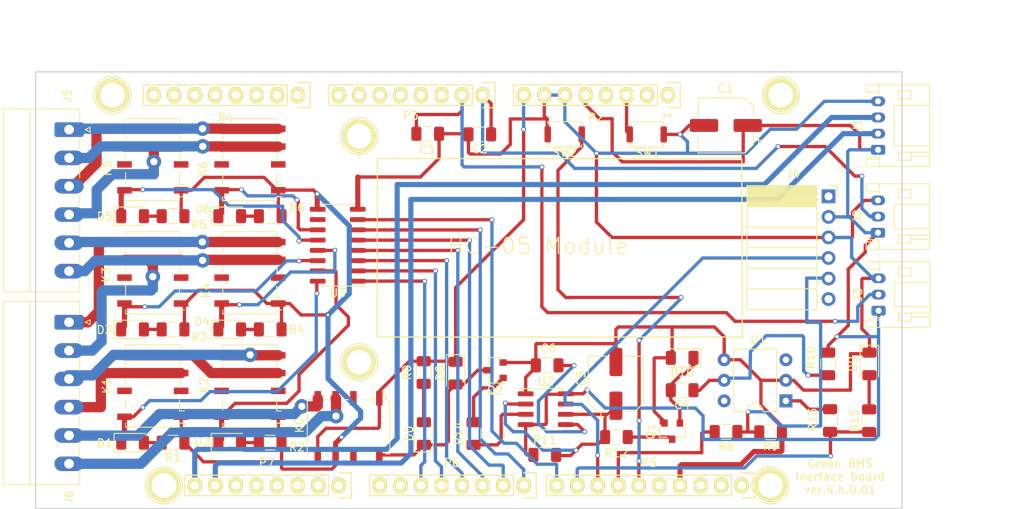
<source format=kicad_pcb>
(kicad_pcb (version 20171130) (host pcbnew "(5.1.9)-1")
  (title_block (date 2021-03-29) (rev 4.h.0.01))
  (layers (0 F.Cu signal) (31 B.Cu signal) (34 B.Paste user) (35 F.Paste user) (36 B.SilkS user) (37 F.SilkS user) (38 B.Mask user) (39 F.Mask user) (44 Edge.Cuts user))
  (net 0 "")
  (net 1 GND)
  (net 2 /Reset)
  (net 3 +5V)
  (net 4 "Net-(C4-Pad2)")
  (net 5 "Net-(C4-Pad1)")
  (net 6 "Net-(C5-Pad1)")
  (net 7 "Net-(C6-Pad1)")
  (net 8 "Net-(D1-Pad2)")
  (net 9 "Net-(D2-Pad2)")
  (net 10 "Net-(D3-Pad2)")
  (net 11 "Net-(D4-Pad2)")
  (net 12 "Net-(D5-Pad2)")
  (net 13 "Net-(D6-Pad2)")
  (net 14 /Vin)
  (net 15 "Net-(D9-Pad2)")
  (net 16 "/21(SCL)")
  (net 17 "/20(SDA)")
  (net 18 /A0)
  (net 19 /A1)
  (net 20 "/10(**)")
  (net 21 /J5_6)
  (net 22 /J5_5)
  (net 23 /J5_4)
  (net 24 /J5_3)
  (net 25 /J5_2)
  (net 26 /J5_1)
  (net 27 /J6_6)
  (net 28 /J6_5)
  (net 29 /J6_4)
  (net 30 /J6_3)
  (net 31 /J6_2)
  (net 32 /J6_1)
  (net 33 "Net-(K1-Pad4)")
  (net 34 "/12(**)")
  (net 35 "/11(**)")
  (net 36 "/9(**)")
  (net 37 "/8(**)")
  (net 38 "/7(**)")
  (net 39 "/6(**)")
  (net 40 "/5(**)")
  (net 41 "/4(**)")
  (net 42 "/3(**)")
  (net 43 "/2(**)")
  (net 44 "Net-(R13-Pad1)")
  (net 45 "Net-(R14-Pad1)")
  (net 46 "Net-(J4-Pad5)")
  (net 47 "Net-(Q2-Pad1)")
  (net 48 "Net-(Q1-Pad3)")
  (net 49 "Net-(D0-Pad2)")
  (net 50 "Net-(D0-Pad1)")
  (net 51 "Net-(D1-Pad1)")
  (net 52 "Net-(D2-Pad1)")
  (net 53 "Net-(D3-Pad1)")
  (net 54 "Net-(D4-Pad1)")
  (net 55 "Net-(D5-Pad1)")
  (net 56 "Net-(D6-Pad1)")
  (net 57 "Net-(J4-Pad6)")
  (net 58 "Net-(J4-Pad1)")
  (net 59 "Net-(K0-Pad2)")
  (net 60 "Net-(K0-Pad6)")
  (net 61 "Net-(K0-Pad7)")
  (net 62 "Net-(K1-Pad2)")
  (net 63 "Net-(K1-Pad7)")
  (net 64 "Net-(K2-Pad2)")
  (net 65 "Net-(K2-Pad7)")
  (net 66 "Net-(K3-Pad2)")
  (net 67 "Net-(K3-Pad7)")
  (net 68 "Net-(K4-Pad2)")
  (net 69 "Net-(K4-Pad7)")
  (net 70 "Net-(K5-Pad2)")
  (net 71 "Net-(K5-Pad7)")
  (net 72 "Net-(K6-Pad2)")
  (net 73 "Net-(K6-Pad7)")
  (net 74 "Net-(P2-Pad1)")
  (net 75 /IOREF)
  (net 76 +3V3)
  (net 77 /A2)
  (net 78 /A3)
  (net 79 /A4)
  (net 80 /A5)
  (net 81 /A6)
  (net 82 /A7)
  (net 83 /A8)
  (net 84 /A9)
  (net 85 /A10)
  (net 86 /A11)
  (net 87 /A12)
  (net 88 /A13)
  (net 89 /A14)
  (net 90 /A15)
  (net 91 /SCL)
  (net 92 /SDA)
  (net 93 /AREF)
  (net 94 "/13(**)")
  (net 95 "/1(Tx0)")
  (net 96 "/0(Rx0)")
  (net 97 "/14(Tx3)")
  (net 98 "/15(Rx3)")
  (net 99 "/16(Tx2)")
  (net 100 "/17(Rx2)")
  (net 101 "/18(Tx1)")
  (net 102 "/19(Rx1)")
  (net 103 "Net-(P8-Pad1)")
  (net 104 "Net-(P9-Pad1)")
  (net 105 "Net-(P10-Pad1)")
  (net 106 "Net-(P11-Pad1)")
  (net 107 "Net-(P12-Pad1)")
  (net 108 "Net-(P13-Pad1)")
  (net 109 "Net-(U1-Pad6)")
  (net 110 "Net-(U1-Pad3)")
  (net 111 "Net-(U2-Pad7)")
  (net 112 "Net-(U3-Pad10)")
  (module Resistor_SMD:R_1206_3216Metric (layer F.Cu) (at 146.45894 116.33454 270)
    (fp_text reference R0 (at 0 2.04894 90) (layer F.SilkS))
    (fp_text value 1K)
    (pad 2 smd roundrect (at 1.4 0 270) (size 1.25 1.75) (layers F.Cu F.Paste F.Mask) (roundrect_rratio 0.2) (net 49 "Net-(D0-Pad2)"))
    (pad 1 smd roundrect (at -1.4 0 270) (size 1.25 1.75) (layers F.Cu F.Paste F.Mask) (roundrect_rratio 0.2) (net 14 /Vin))
  )
  (module LED_SMD:LED_1206_3216Metric (layer F.Cu) (at 146.48434 123.8758 90)
    (fp_text reference D0 (at 0 -1.82 90) (layer F.SilkS))
    (fp_text value LED)
    (pad 2 smd roundrect (at 1.4 0 90) (size 1.25 1.75) (layers F.Cu F.Paste F.Mask) (roundrect_rratio 0.2) (net 49 "Net-(D0-Pad2)"))
    (pad 1 smd roundrect (at -1.4 0 90) (size 1.25 1.75) (layers F.Cu F.Paste F.Mask) (roundrect_rratio 0.2) (net 50 "Net-(D0-Pad1)"))
  )
  (module Connector_Phoenix_MC:PhoenixContact_MC_1,5_6-G-3.5_1x06_P3.50mm_Horizontal (layer F.Cu) (at 102.64902 110.11916 270)
    (fp_text reference J6 (at 21.62084 0.05902 90) (layer F.SilkS))
    (fp_text value Conn_01x06)
    (pad 6 thru_hole oval (at 17.5 0 270) (size 1.8 3.6) (drill 1.2) (layers *.Cu *.Mask) (net 27 /J6_6))
    (pad 5 thru_hole oval (at 14 0 270) (size 1.8 3.6) (drill 1.2) (layers *.Cu *.Mask) (net 28 /J6_5))
    (pad 4 thru_hole oval (at 10.5 0 270) (size 1.8 3.6) (drill 1.2) (layers *.Cu *.Mask) (net 29 /J6_4))
    (pad 3 thru_hole oval (at 7 0 270) (size 1.8 3.6) (drill 1.2) (layers *.Cu *.Mask) (net 30 /J6_3))
    (pad 2 thru_hole oval (at 3.5 0 270) (size 1.8 3.6) (drill 1.2) (layers *.Cu *.Mask) (net 31 /J6_2))
    (pad 1 thru_hole roundrect (at 0 0 270) (size 1.8 3.6) (drill 1.2) (layers *.Cu *.Mask) (roundrect_rratio 0.1388888888888889) (net 32 /J6_1))
  )
  (module Connector_Phoenix_MC:PhoenixContact_MC_1,5_6-G-3.5_1x06_P3.50mm_Horizontal (layer F.Cu) (at 102.65664 86.30158 270)
    (fp_text reference J5 (at -4.17158 0.19664 90) (layer F.SilkS))
    (fp_text value Conn_01x06)
    (pad 6 thru_hole oval (at 17.5 0 270) (size 1.8 3.6) (drill 1.2) (layers *.Cu *.Mask) (net 21 /J5_6))
    (pad 5 thru_hole oval (at 14 0 270) (size 1.8 3.6) (drill 1.2) (layers *.Cu *.Mask) (net 22 /J5_5))
    (pad 4 thru_hole oval (at 10.5 0 270) (size 1.8 3.6) (drill 1.2) (layers *.Cu *.Mask) (net 23 /J5_4))
    (pad 3 thru_hole oval (at 7 0 270) (size 1.8 3.6) (drill 1.2) (layers *.Cu *.Mask) (net 24 /J5_3))
    (pad 2 thru_hole oval (at 3.5 0 270) (size 1.8 3.6) (drill 1.2) (layers *.Cu *.Mask) (net 25 /J5_2))
    (pad 1 thru_hole roundrect (at 0 0 270) (size 1.8 3.6) (drill 1.2) (layers *.Cu *.Mask) (roundrect_rratio 0.1388888888888889) (net 26 /J5_1))
  )
  (module Package_TO_SOT_SMD:SOT-23 (layer F.Cu) (at 155.27528 116.04752 180)
    (fp_text reference Q2 (at 0 -2.5) (layer F.SilkS))
    (fp_text value PMBT2222)
    (pad 3 smd rect (at 1 0 180) (size 0.9 0.8) (layers F.Cu F.Paste F.Mask) (net 50 "Net-(D0-Pad1)"))
    (pad 2 smd rect (at -1 0.95 180) (size 0.9 0.8) (layers F.Cu F.Paste F.Mask) (net 1 GND))
    (pad 1 smd rect (at -1 -0.95 180) (size 0.9 0.8) (layers F.Cu F.Paste F.Mask) (net 47 "Net-(Q2-Pad1)"))
  )
  (module Package_TO_SOT_SMD:SOT-23 (layer F.Cu) (at 177.15484 123.5837 270)
    (fp_text reference Q1 (at 0.0163 2.63484 90) (layer F.SilkS))
    (fp_text value PMBT2222)
    (pad 3 smd rect (at 1 0 270) (size 0.9 0.8) (layers F.Cu F.Paste F.Mask) (net 48 "Net-(Q1-Pad3)"))
    (pad 2 smd rect (at -1 0.95 270) (size 0.9 0.8) (layers F.Cu F.Paste F.Mask) (net 1 GND))
    (pad 1 smd rect (at -1 -0.95 270) (size 0.9 0.8) (layers F.Cu F.Paste F.Mask) (net 4 "Net-(C4-Pad2)"))
  )
  (module Connector_PinSocket_2.54mm:PinSocket_1x06_P2.54mm_Horizontal (layer F.Cu) (at 196.47154 94.5515)
    (fp_text reference J4 (at -4.38 -2.77) (layer F.SilkS))
    (fp_text value Conn_01x06)
    (pad 6 thru_hole oval (at 0 12.7) (size 1.7 1.7) (drill 1) (layers *.Cu *.Mask) (net 57 "Net-(J4-Pad6)"))
    (pad 5 thru_hole oval (at 0 10.16) (size 1.7 1.7) (drill 1) (layers *.Cu *.Mask) (net 46 "Net-(J4-Pad5)"))
    (pad 4 thru_hole oval (at 0 7.62) (size 1.7 1.7) (drill 1) (layers *.Cu *.Mask) (net 20 "/10(**)"))
    (pad 3 thru_hole oval (at 0 5.08) (size 1.7 1.7) (drill 1) (layers *.Cu *.Mask) (net 1 GND))
    (pad 2 thru_hole oval (at 0 2.54) (size 1.7 1.7) (drill 1) (layers *.Cu *.Mask) (net 3 +5V))
    (pad 1 thru_hole rect (at 0 0) (size 1.7 1.7) (drill 1) (layers *.Cu *.Mask) (net 58 "Net-(J4-Pad1)"))
  )
  (module Package_SO:SOIC-16_3.9x9.9mm_P1.27mm (layer F.Cu) (at 135.84174 100.59416 180)
    (fp_text reference U3 (at 0 -5.9) (layer F.SilkS))
    (fp_text value ULN2003A)
    (pad 16 smd roundrect (at 2.475 -4.445 180) (size 1.95 0.6) (layers F.Cu F.Paste F.Mask) (net 51 "Net-(D1-Pad1)"))
    (pad 15 smd roundrect (at 2.475 -3.175 180) (size 1.95 0.6) (layers F.Cu F.Paste F.Mask) (net 52 "Net-(D2-Pad1)"))
    (pad 14 smd roundrect (at 2.475 -1.905 180) (size 1.95 0.6) (layers F.Cu F.Paste F.Mask) (net 53 "Net-(D3-Pad1)"))
    (pad 13 smd roundrect (at 2.475 -0.635 180) (size 1.95 0.6) (layers F.Cu F.Paste F.Mask) (net 54 "Net-(D4-Pad1)"))
    (pad 12 smd roundrect (at 2.475 0.635 180) (size 1.95 0.6) (layers F.Cu F.Paste F.Mask) (net 55 "Net-(D5-Pad1)"))
    (pad 11 smd roundrect (at 2.475 1.905 180) (size 1.95 0.6) (layers F.Cu F.Paste F.Mask) (net 56 "Net-(D6-Pad1)"))
    (pad 10 smd roundrect (at 2.475 3.175 180) (size 1.95 0.6) (layers F.Cu F.Paste F.Mask) (net 112 "Net-(U3-Pad10)"))
    (pad 9 smd roundrect (at 2.475 4.445 180) (size 1.95 0.6) (layers F.Cu F.Paste F.Mask) (net 60 "Net-(K0-Pad6)"))
    (pad 8 smd roundrect (at -2.475 4.445 180) (size 1.95 0.6) (layers F.Cu F.Paste F.Mask) (net 1 GND))
    (pad 7 smd roundrect (at -2.475 3.175 180) (size 1.95 0.6) (layers F.Cu F.Paste F.Mask) (net 37 "/8(**)"))
    (pad 6 smd roundrect (at -2.475 1.905 180) (size 1.95 0.6) (layers F.Cu F.Paste F.Mask) (net 38 "/7(**)"))
    (pad 5 smd roundrect (at -2.475 0.635 180) (size 1.95 0.6) (layers F.Cu F.Paste F.Mask) (net 39 "/6(**)"))
    (pad 4 smd roundrect (at -2.475 -0.635 180) (size 1.95 0.6) (layers F.Cu F.Paste F.Mask) (net 40 "/5(**)"))
    (pad 3 smd roundrect (at -2.475 -1.905 180) (size 1.95 0.6) (layers F.Cu F.Paste F.Mask) (net 41 "/4(**)"))
    (pad 2 smd roundrect (at -2.475 -3.175 180) (size 1.95 0.6) (layers F.Cu F.Paste F.Mask) (net 42 "/3(**)"))
    (pad 1 smd roundrect (at -2.475 -4.445 180) (size 1.95 0.6) (layers F.Cu F.Paste F.Mask) (net 43 "/2(**)"))
  )
  (module Package_SO:SOIC-8_3.9x4.9mm_P1.27mm (layer F.Cu) (at 161.53638 120.8659)
    (fp_text reference U2 (at 0 -3.4) (layer F.SilkS))
    (fp_text value NE555D)
    (pad 8 smd roundrect (at 2.475 -1.905) (size 1.95 0.6) (layers F.Cu F.Paste F.Mask) (net 3 +5V))
    (pad 7 smd roundrect (at 2.475 -0.635) (size 1.95 0.6) (layers F.Cu F.Paste F.Mask) (net 111 "Net-(U2-Pad7)"))
    (pad 6 smd roundrect (at 2.475 0.635) (size 1.95 0.6) (layers F.Cu F.Paste F.Mask) (net 6 "Net-(C5-Pad1)"))
    (pad 5 smd roundrect (at 2.475 1.905) (size 1.95 0.6) (layers F.Cu F.Paste F.Mask) (net 7 "Net-(C6-Pad1)"))
    (pad 4 smd roundrect (at -2.475 1.905) (size 1.95 0.6) (layers F.Cu F.Paste F.Mask) (net 3 +5V))
    (pad 3 smd roundrect (at -2.475 0.635) (size 1.95 0.6) (layers F.Cu F.Paste F.Mask) (net 45 "Net-(R14-Pad1)"))
    (pad 2 smd roundrect (at -2.475 -0.635) (size 1.95 0.6) (layers F.Cu F.Paste F.Mask) (net 6 "Net-(C5-Pad1)"))
    (pad 1 smd roundrect (at -2.475 -1.905) (size 1.95 0.6) (layers F.Cu F.Paste F.Mask) (net 1 GND))
  )
  (module Package_DIP:DIP-6_W7.62mm (layer F.Cu) (at 191.20358 119.8372 180)
    (fp_text reference U1 (at 3.41358 7.5472) (layer F.SilkS))
    (fp_text value 4N35)
    (pad 6 thru_hole oval (at 7.62 0 180) (size 1.6 1.6) (drill 0.8) (layers *.Cu *.Mask) (net 109 "Net-(U1-Pad6)"))
    (pad 3 thru_hole oval (at 0 5.08 180) (size 1.6 1.6) (drill 0.8) (layers *.Cu *.Mask) (net 110 "Net-(U1-Pad3)"))
    (pad 5 thru_hole oval (at 7.62 2.54 180) (size 1.6 1.6) (drill 0.8) (layers *.Cu *.Mask) (net 5 "Net-(C4-Pad1)"))
    (pad 2 thru_hole oval (at 0 2.54 180) (size 1.6 1.6) (drill 0.8) (layers *.Cu *.Mask) (net 1 GND))
    (pad 4 thru_hole oval (at 7.62 5.08 180) (size 1.6 1.6) (drill 0.8) (layers *.Cu *.Mask) (net 1 GND))
    (pad 1 thru_hole rect (at 0 0 180) (size 1.6 1.6) (drill 0.8) (layers *.Cu *.Mask) (net 44 "Net-(R13-Pad1)"))
  )
  (module Button_Switch_SMD:SW_Push_SPST_NO_Alps_SKRK (layer F.Cu) (at 163.88 86.88 180)
    (fp_text reference SW2 (at 0 -2.25) (layer F.SilkS))
    (fp_text value SW_Push)
    (pad 1 smd roundrect (at -2.1 0 180) (size 0.8 2) (layers F.Cu F.Paste F.Mask) (net 34 "/12(**)"))
    (pad 2 smd roundrect (at 2.1 0 180) (size 0.8 2) (layers F.Cu F.Paste F.Mask) (net 1 GND))
  )
  (module Resistor_SMD:R_1206_3216Metric (layer F.Cu) (at 201.49 122.29 90)
    (fp_text reference R15 (at 0 -1.82 90) (layer F.SilkS))
    (fp_text value 330)
    (pad 2 smd roundrect (at 1.4 0 90) (size 1.25 1.75) (layers F.Cu F.Paste F.Mask) (roundrect_rratio 0.2) (net 15 "Net-(D9-Pad2)"))
    (pad 1 smd roundrect (at -1.4 0 90) (size 1.25 1.75) (layers F.Cu F.Paste F.Mask) (roundrect_rratio 0.2) (net 36 "/9(**)"))
  )
  (module Resistor_SMD:R_1206_3216Metric (layer F.Cu) (at 152.62606 123.8758 90)
    (fp_text reference R14 (at 0 -1.82 90) (layer F.SilkS))
    (fp_text value 470)
    (pad 2 smd roundrect (at 1.4 0 90) (size 1.25 1.75) (layers F.Cu F.Paste F.Mask) (roundrect_rratio 0.2) (net 47 "Net-(Q2-Pad1)"))
    (pad 1 smd roundrect (at -1.4 0 90) (size 1.25 1.75) (layers F.Cu F.Paste F.Mask) (roundrect_rratio 0.2) (net 45 "Net-(R14-Pad1)"))
  )
  (module Resistor_SMD:R_1206_3216Metric (layer F.Cu) (at 196.66436 122.27306 270)
    (fp_text reference R13 (at -0.10306 2.15436 90) (layer F.SilkS))
    (fp_text value 270)
    (pad 2 smd roundrect (at 1.4 0 270) (size 1.25 1.75) (layers F.Cu F.Paste F.Mask) (roundrect_rratio 0.2) (net 36 "/9(**)"))
    (pad 1 smd roundrect (at -1.4 0 270) (size 1.25 1.75) (layers F.Cu F.Paste F.Mask) (roundrect_rratio 0.2) (net 44 "Net-(R13-Pad1)"))
  )
  (module Resistor_SMD:R_1206_3216Metric (layer F.Cu) (at 170.27144 124.31268)
    (fp_text reference R12 (at -0.03144 1.99732) (layer F.SilkS))
    (fp_text value 10)
    (pad 2 smd roundrect (at 1.4 0) (size 1.25 1.75) (layers F.Cu F.Paste F.Mask) (roundrect_rratio 0.2) (net 48 "Net-(Q1-Pad3)"))
    (pad 1 smd roundrect (at -1.4 0) (size 1.25 1.75) (layers F.Cu F.Paste F.Mask) (roundrect_rratio 0.2) (net 6 "Net-(C5-Pad1)"))
  )
  (module Resistor_SMD:R_1206_3216Metric (layer F.Cu) (at 161.417 126.52502)
    (fp_text reference R11 (at 0 -1.82) (layer F.SilkS))
    (fp_text value 47k)
    (pad 2 smd roundrect (at 1.4 0) (size 1.25 1.75) (layers F.Cu F.Paste F.Mask) (roundrect_rratio 0.2) (net 6 "Net-(C5-Pad1)"))
    (pad 1 smd roundrect (at -1.4 0) (size 1.25 1.75) (layers F.Cu F.Paste F.Mask) (roundrect_rratio 0.2) (net 3 +5V))
  )
  (module Resistor_SMD:R_1206_3216Metric (layer F.Cu) (at 196.42052 115.26774 270)
    (fp_text reference R10 (at -0.76774 2.14052 90) (layer F.SilkS))
    (fp_text value 1K)
    (pad 2 smd roundrect (at 1.4 0 270) (size 1.25 1.75) (layers F.Cu F.Paste F.Mask) (roundrect_rratio 0.2) (net 5 "Net-(C4-Pad1)"))
    (pad 1 smd roundrect (at -1.4 0 270) (size 1.25 1.75) (layers F.Cu F.Paste F.Mask) (roundrect_rratio 0.2) (net 3 +5V))
  )
  (module Resistor_SMD:R_1206_3216Metric (layer F.Cu) (at 189.31328 123.72782)
    (fp_text reference R9 (at -0.00328 1.71218) (layer F.SilkS))
    (fp_text value 2K)
    (pad 2 smd roundrect (at 1.4 0) (size 1.25 1.75) (layers F.Cu F.Paste F.Mask) (roundrect_rratio 0.2) (net 1 GND))
    (pad 1 smd roundrect (at -1.4 0) (size 1.25 1.75) (layers F.Cu F.Paste F.Mask) (roundrect_rratio 0.2) (net 46 "Net-(J4-Pad5)"))
  )
  (module Resistor_SMD:R_1206_3216Metric (layer F.Cu) (at 183.80656 123.68718 180)
    (fp_text reference R8 (at 0 -1.82) (layer F.SilkS))
    (fp_text value 1K)
    (pad 2 smd roundrect (at 1.4 0 180) (size 1.25 1.75) (layers F.Cu F.Paste F.Mask) (roundrect_rratio 0.2) (net 35 "/11(**)"))
    (pad 1 smd roundrect (at -1.4 0 180) (size 1.25 1.75) (layers F.Cu F.Paste F.Mask) (roundrect_rratio 0.2) (net 46 "Net-(J4-Pad5)"))
  )
  (module Resistor_SMD:R_1206_3216Metric (layer F.Cu) (at 127.5 97 180)
    (fp_text reference R6 (at -3.32 1.06) (layer F.SilkS))
    (fp_text value 1K)
    (pad 2 smd roundrect (at 1.4 0 180) (size 1.25 1.75) (layers F.Cu F.Paste F.Mask) (roundrect_rratio 0.2) (net 13 "Net-(D6-Pad2)"))
    (pad 1 smd roundrect (at -1.4 0 180) (size 1.25 1.75) (layers F.Cu F.Paste F.Mask) (roundrect_rratio 0.2) (net 60 "Net-(K0-Pad6)"))
  )
  (module Resistor_SMD:R_1206_3216Metric (layer F.Cu) (at 115.5 97 180)
    (fp_text reference R5 (at -3.22 -1.08) (layer F.SilkS))
    (fp_text value 1K)
    (pad 2 smd roundrect (at 1.4 0 180) (size 1.25 1.75) (layers F.Cu F.Paste F.Mask) (roundrect_rratio 0.2) (net 12 "Net-(D5-Pad2)"))
    (pad 1 smd roundrect (at -1.4 0 180) (size 1.25 1.75) (layers F.Cu F.Paste F.Mask) (roundrect_rratio 0.2) (net 60 "Net-(K0-Pad6)"))
  )
  (module Resistor_SMD:R_1206_3216Metric (layer F.Cu) (at 127.5 111 180)
    (fp_text reference R4 (at -3.28 -0.05) (layer F.SilkS))
    (fp_text value 1K)
    (pad 2 smd roundrect (at 1.4 0 180) (size 1.25 1.75) (layers F.Cu F.Paste F.Mask) (roundrect_rratio 0.2) (net 11 "Net-(D4-Pad2)"))
    (pad 1 smd roundrect (at -1.4 0 180) (size 1.25 1.75) (layers F.Cu F.Paste F.Mask) (roundrect_rratio 0.2) (net 60 "Net-(K0-Pad6)"))
  )
  (module Resistor_SMD:R_1206_3216Metric (layer F.Cu) (at 115.5 111 180)
    (fp_text reference R3 (at -3.25 -0.93) (layer F.SilkS))
    (fp_text value 1K)
    (pad 2 smd roundrect (at 1.4 0 180) (size 1.25 1.75) (layers F.Cu F.Paste F.Mask) (roundrect_rratio 0.2) (net 10 "Net-(D3-Pad2)"))
    (pad 1 smd roundrect (at -1.4 0 180) (size 1.25 1.75) (layers F.Cu F.Paste F.Mask) (roundrect_rratio 0.2) (net 60 "Net-(K0-Pad6)"))
  )
  (module Resistor_SMD:R_1206_3216Metric (layer F.Cu) (at 127.5 125 180)
    (fp_text reference R2 (at -3.3 -0.58) (layer F.SilkS))
    (fp_text value 1K)
    (pad 2 smd roundrect (at 1.4 0 180) (size 1.25 1.75) (layers F.Cu F.Paste F.Mask) (roundrect_rratio 0.2) (net 9 "Net-(D2-Pad2)"))
    (pad 1 smd roundrect (at -1.4 0 180) (size 1.25 1.75) (layers F.Cu F.Paste F.Mask) (roundrect_rratio 0.2) (net 60 "Net-(K0-Pad6)"))
  )
  (module Resistor_SMD:R_1206_3216Metric (layer F.Cu) (at 115.5 125 180)
    (fp_text reference R1 (at 0 -1.82) (layer F.SilkS))
    (fp_text value 1K)
    (pad 2 smd roundrect (at 1.4 0 180) (size 1.25 1.75) (layers F.Cu F.Paste F.Mask) (roundrect_rratio 0.2) (net 8 "Net-(D1-Pad2)"))
    (pad 1 smd roundrect (at -1.4 0 180) (size 1.25 1.75) (layers F.Cu F.Paste F.Mask) (roundrect_rratio 0.2) (net 60 "Net-(K0-Pad6)"))
  )
  (module Relay_SMD:Relay_DPDT_Omron_G6K-2F-Y (layer F.Cu) (at 125 90 180)
    (fp_text reference K6 (at 5.79 -1.16 90) (layer F.SilkS))
    (fp_text value G6K-2)
    (pad 1 smd rect (at -3.5 -3.8 180) (size 1.8 0.8) (layers F.Cu F.Paste F.Mask) (net 60 "Net-(K0-Pad6)"))
    (pad 2 smd rect (at -3.5 -0.6 180) (size 1.8 0.8) (layers F.Cu F.Paste F.Mask) (net 72 "Net-(K6-Pad2)"))
    (pad 3 smd rect (at -3.5 1.6 180) (size 1.8 0.8) (layers F.Cu F.Paste F.Mask) (net 25 /J5_2))
    (pad 4 smd rect (at -3.5 3.8 180) (size 1.8 0.8) (layers F.Cu F.Paste F.Mask) (net 26 /J5_1))
    (pad 5 smd rect (at 3.5 3.8 180) (size 1.8 0.8) (layers F.Cu F.Paste F.Mask) (net 26 /J5_1))
    (pad 6 smd rect (at 3.5 1.6 180) (size 1.8 0.8) (layers F.Cu F.Paste F.Mask) (net 25 /J5_2))
    (pad 7 smd rect (at 3.5 -0.6 180) (size 1.8 0.8) (layers F.Cu F.Paste F.Mask) (net 73 "Net-(K6-Pad7)"))
    (pad 8 smd rect (at 3.5 -3.8 180) (size 1.8 0.8) (layers F.Cu F.Paste F.Mask) (net 56 "Net-(D6-Pad1)"))
  )
  (module Relay_SMD:Relay_DPDT_Omron_G6K-2F-Y (layer F.Cu) (at 113 90 180)
    (fp_text reference K5 (at 5.63 -1.09 90) (layer F.SilkS))
    (fp_text value G6K-2)
    (pad 1 smd rect (at -3.5 -3.8 180) (size 1.8 0.8) (layers F.Cu F.Paste F.Mask) (net 60 "Net-(K0-Pad6)"))
    (pad 2 smd rect (at -3.5 -0.6 180) (size 1.8 0.8) (layers F.Cu F.Paste F.Mask) (net 70 "Net-(K5-Pad2)"))
    (pad 3 smd rect (at -3.5 1.6 180) (size 1.8 0.8) (layers F.Cu F.Paste F.Mask) (net 23 /J5_4))
    (pad 4 smd rect (at -3.5 3.8 180) (size 1.8 0.8) (layers F.Cu F.Paste F.Mask) (net 24 /J5_3))
    (pad 5 smd rect (at 3.5 3.8 180) (size 1.8 0.8) (layers F.Cu F.Paste F.Mask) (net 24 /J5_3))
    (pad 6 smd rect (at 3.5 1.6 180) (size 1.8 0.8) (layers F.Cu F.Paste F.Mask) (net 23 /J5_4))
    (pad 7 smd rect (at 3.5 -0.6 180) (size 1.8 0.8) (layers F.Cu F.Paste F.Mask) (net 71 "Net-(K5-Pad7)"))
    (pad 8 smd rect (at 3.5 -3.8 180) (size 1.8 0.8) (layers F.Cu F.Paste F.Mask) (net 55 "Net-(D5-Pad1)"))
  )
  (module Relay_SMD:Relay_DPDT_Omron_G6K-2F-Y (layer F.Cu) (at 125 104 180)
    (fp_text reference K4 (at 5.46 -2.21 90) (layer F.SilkS))
    (fp_text value G6K-2)
    (pad 1 smd rect (at -3.5 -3.8 180) (size 1.8 0.8) (layers F.Cu F.Paste F.Mask) (net 60 "Net-(K0-Pad6)"))
    (pad 2 smd rect (at -3.5 -0.6 180) (size 1.8 0.8) (layers F.Cu F.Paste F.Mask) (net 68 "Net-(K4-Pad2)"))
    (pad 3 smd rect (at -3.5 1.6 180) (size 1.8 0.8) (layers F.Cu F.Paste F.Mask) (net 21 /J5_6))
    (pad 4 smd rect (at -3.5 3.8 180) (size 1.8 0.8) (layers F.Cu F.Paste F.Mask) (net 22 /J5_5))
    (pad 5 smd rect (at 3.5 3.8 180) (size 1.8 0.8) (layers F.Cu F.Paste F.Mask) (net 22 /J5_5))
    (pad 6 smd rect (at 3.5 1.6 180) (size 1.8 0.8) (layers F.Cu F.Paste F.Mask) (net 21 /J5_6))
    (pad 7 smd rect (at 3.5 -0.6 180) (size 1.8 0.8) (layers F.Cu F.Paste F.Mask) (net 69 "Net-(K4-Pad7)"))
    (pad 8 smd rect (at 3.5 -3.8 180) (size 1.8 0.8) (layers F.Cu F.Paste F.Mask) (net 54 "Net-(D4-Pad1)"))
  )
  (module Relay_SMD:Relay_DPDT_Omron_G6K-2F-Y (layer F.Cu) (at 113 104 180)
    (fp_text reference K3 (at 5.76 -0.25 90) (layer F.SilkS))
    (fp_text value G6K-2)
    (pad 1 smd rect (at -3.5 -3.8 180) (size 1.8 0.8) (layers F.Cu F.Paste F.Mask) (net 60 "Net-(K0-Pad6)"))
    (pad 2 smd rect (at -3.5 -0.6 180) (size 1.8 0.8) (layers F.Cu F.Paste F.Mask) (net 66 "Net-(K3-Pad2)"))
    (pad 3 smd rect (at -3.5 1.6 180) (size 1.8 0.8) (layers F.Cu F.Paste F.Mask) (net 31 /J6_2))
    (pad 4 smd rect (at -3.5 3.8 180) (size 1.8 0.8) (layers F.Cu F.Paste F.Mask) (net 32 /J6_1))
    (pad 5 smd rect (at 3.5 3.8 180) (size 1.8 0.8) (layers F.Cu F.Paste F.Mask) (net 32 /J6_1))
    (pad 6 smd rect (at 3.5 1.6 180) (size 1.8 0.8) (layers F.Cu F.Paste F.Mask) (net 31 /J6_2))
    (pad 7 smd rect (at 3.5 -0.6 180) (size 1.8 0.8) (layers F.Cu F.Paste F.Mask) (net 67 "Net-(K3-Pad7)"))
    (pad 8 smd rect (at 3.5 -3.8 180) (size 1.8 0.8) (layers F.Cu F.Paste F.Mask) (net 53 "Net-(D3-Pad1)"))
  )
  (module Relay_SMD:Relay_DPDT_Omron_G6K-2F-Y (layer F.Cu) (at 125 118 180)
    (fp_text reference K2 (at 5.66 0.07 90) (layer F.SilkS))
    (fp_text value G6K-2)
    (pad 1 smd rect (at -3.5 -3.8 180) (size 1.8 0.8) (layers F.Cu F.Paste F.Mask) (net 60 "Net-(K0-Pad6)"))
    (pad 2 smd rect (at -3.5 -0.6 180) (size 1.8 0.8) (layers F.Cu F.Paste F.Mask) (net 64 "Net-(K2-Pad2)"))
    (pad 3 smd rect (at -3.5 1.6 180) (size 1.8 0.8) (layers F.Cu F.Paste F.Mask) (net 33 "Net-(K1-Pad4)"))
    (pad 4 smd rect (at -3.5 3.8 180) (size 1.8 0.8) (layers F.Cu F.Paste F.Mask) (net 30 /J6_3))
    (pad 5 smd rect (at 3.5 3.8 180) (size 1.8 0.8) (layers F.Cu F.Paste F.Mask) (net 30 /J6_3))
    (pad 6 smd rect (at 3.5 1.6 180) (size 1.8 0.8) (layers F.Cu F.Paste F.Mask) (net 33 "Net-(K1-Pad4)"))
    (pad 7 smd rect (at 3.5 -0.6 180) (size 1.8 0.8) (layers F.Cu F.Paste F.Mask) (net 65 "Net-(K2-Pad7)"))
    (pad 8 smd rect (at 3.5 -3.8 180) (size 1.8 0.8) (layers F.Cu F.Paste F.Mask) (net 52 "Net-(D2-Pad1)"))
  )
  (module Relay_SMD:Relay_DPDT_Omron_G6K-2F-Y (layer F.Cu) (at 113 118 180)
    (fp_text reference K1 (at 5.7 0.01 90) (layer F.SilkS))
    (fp_text value G6K-2)
    (pad 1 smd rect (at -3.5 -3.8 180) (size 1.8 0.8) (layers F.Cu F.Paste F.Mask) (net 60 "Net-(K0-Pad6)"))
    (pad 2 smd rect (at -3.5 -0.6 180) (size 1.8 0.8) (layers F.Cu F.Paste F.Mask) (net 62 "Net-(K1-Pad2)"))
    (pad 3 smd rect (at -3.5 1.6 180) (size 1.8 0.8) (layers F.Cu F.Paste F.Mask) (net 29 /J6_4))
    (pad 4 smd rect (at -3.5 3.8 180) (size 1.8 0.8) (layers F.Cu F.Paste F.Mask) (net 33 "Net-(K1-Pad4)"))
    (pad 5 smd rect (at 3.5 3.8 180) (size 1.8 0.8) (layers F.Cu F.Paste F.Mask) (net 33 "Net-(K1-Pad4)"))
    (pad 6 smd rect (at 3.5 1.6 180) (size 1.8 0.8) (layers F.Cu F.Paste F.Mask) (net 29 /J6_4))
    (pad 7 smd rect (at 3.5 -0.6 180) (size 1.8 0.8) (layers F.Cu F.Paste F.Mask) (net 63 "Net-(K1-Pad7)"))
    (pad 8 smd rect (at 3.5 -3.8 180) (size 1.8 0.8) (layers F.Cu F.Paste F.Mask) (net 51 "Net-(D1-Pad1)"))
  )
  (module Relay_SMD:Relay_DPDT_Omron_G6K-2F-Y (layer F.Cu) (at 137.17778 123.02236 270)
    (fp_text reference K0 (at -0.16236 6.05778 90) (layer F.SilkS))
    (fp_text value G6K-2)
    (pad 1 smd rect (at -3.5 -3.8 270) (size 1.8 0.8) (layers F.Cu F.Paste F.Mask) (net 14 /Vin))
    (pad 2 smd rect (at -3.5 -0.6 270) (size 1.8 0.8) (layers F.Cu F.Paste F.Mask) (net 59 "Net-(K0-Pad2)"))
    (pad 3 smd rect (at -3.5 1.6 270) (size 1.8 0.8) (layers F.Cu F.Paste F.Mask) (net 27 /J6_6))
    (pad 4 smd rect (at -3.5 3.8 270) (size 1.8 0.8) (layers F.Cu F.Paste F.Mask) (net 28 /J6_5))
    (pad 5 smd rect (at 3.5 3.8 270) (size 1.8 0.8) (layers F.Cu F.Paste F.Mask) (net 14 /Vin))
    (pad 6 smd rect (at 3.5 1.6 270) (size 1.8 0.8) (layers F.Cu F.Paste F.Mask) (net 60 "Net-(K0-Pad6)"))
    (pad 7 smd rect (at 3.5 -0.6 270) (size 1.8 0.8) (layers F.Cu F.Paste F.Mask) (net 61 "Net-(K0-Pad7)"))
    (pad 8 smd rect (at 3.5 -3.8 270) (size 1.8 0.8) (layers F.Cu F.Paste F.Mask) (net 50 "Net-(D0-Pad1)"))
  )
  (module Connector_JST:JST_PH_S3B-PH-K_1x03_P2.00mm_Horizontal (layer F.Cu) (at 202.64628 108.69168 90)
    (fp_text reference J3 (at 2 -2.55 90) (layer F.SilkS))
    (fp_text value Conn_01x03)
    (pad 3 thru_hole oval (at 4 0 90) (size 1.2 1.75) (drill 0.75) (layers *.Cu *.Mask) (net 1 GND))
    (pad 2 thru_hole oval (at 2 0 90) (size 1.2 1.75) (drill 0.75) (layers *.Cu *.Mask) (net 19 /A1))
    (pad 1 thru_hole roundrect (at 0 0 90) (size 1.2 1.75) (drill 0.75) (layers *.Cu *.Mask) (roundrect_rratio 0.2083325) (net 3 +5V))
  )
  (module Connector_JST:JST_PH_S3B-PH-K_1x03_P2.00mm_Horizontal (layer F.Cu) (at 202.5777 99.04984 90)
    (fp_text reference J2 (at 2 -2.55 90) (layer F.SilkS))
    (fp_text value Conn_01x03)
    (pad 3 thru_hole oval (at 4 0 90) (size 1.2 1.75) (drill 0.75) (layers *.Cu *.Mask) (net 1 GND))
    (pad 2 thru_hole oval (at 2 0 90) (size 1.2 1.75) (drill 0.75) (layers *.Cu *.Mask) (net 18 /A0))
    (pad 1 thru_hole roundrect (at 0 0 90) (size 1.2 1.75) (drill 0.75) (layers *.Cu *.Mask) (roundrect_rratio 0.2083325) (net 3 +5V))
  )
  (module Connector_JST:JST_PH_S4B-PH-K_1x04_P2.00mm_Horizontal (layer F.Cu) (at 202.58786 88.79332 90)
    (fp_text reference J1 (at 3 -2.55 90) (layer F.SilkS))
    (fp_text value Conn_01x04)
    (pad 4 thru_hole oval (at 6 0 90) (size 1.2 1.75) (drill 0.75) (layers *.Cu *.Mask) (net 1 GND))
    (pad 3 thru_hole oval (at 4 0 90) (size 1.2 1.75) (drill 0.75) (layers *.Cu *.Mask) (net 16 "/21(SCL)"))
    (pad 2 thru_hole oval (at 2 0 90) (size 1.2 1.75) (drill 0.75) (layers *.Cu *.Mask) (net 17 "/20(SDA)"))
    (pad 1 thru_hole roundrect (at 0 0 90) (size 1.2 1.75) (drill 0.75) (layers *.Cu *.Mask) (roundrect_rratio 0.2083325) (net 3 +5V))
  )
  (module Diode_SMD:D_1206_3216Metric (layer F.Cu) (at 178.38548 114.51592 180)
    (fp_text reference D10 (at 0 -1.82) (layer F.SilkS))
    (fp_text value D)
    (pad 2 smd roundrect (at 1.4 0 180) (size 1.25 1.75) (layers F.Cu F.Paste F.Mask) (roundrect_rratio 0.2) (net 1 GND))
    (pad 1 smd roundrect (at -1.4 0 180) (size 1.25 1.75) (layers F.Cu F.Paste F.Mask) (roundrect_rratio 0.2) (net 4 "Net-(C4-Pad2)"))
  )
  (module LED_SMD:LED_1206_3216Metric (layer F.Cu) (at 201.52504 115.26774 270)
    (fp_text reference D9 (at 0.01226 2.05504 90) (layer F.SilkS))
    (fp_text value LED)
    (pad 2 smd roundrect (at 1.4 0 270) (size 1.25 1.75) (layers F.Cu F.Paste F.Mask) (roundrect_rratio 0.2) (net 15 "Net-(D9-Pad2)"))
    (pad 1 smd roundrect (at -1.4 0 270) (size 1.25 1.75) (layers F.Cu F.Paste F.Mask) (roundrect_rratio 0.2) (net 1 GND))
  )
  (module Diode_SMD:D_1206_3216Metric (layer F.Cu) (at 150.40356 116.40312 270)
    (fp_text reference D8 (at -0.02312 1.90356 90) (layer F.SilkS))
    (fp_text value D)
    (pad 2 smd roundrect (at 1.4 0 270) (size 1.25 1.75) (layers F.Cu F.Paste F.Mask) (roundrect_rratio 0.2) (net 50 "Net-(D0-Pad1)"))
    (pad 1 smd roundrect (at -1.4 0 270) (size 1.25 1.75) (layers F.Cu F.Paste F.Mask) (roundrect_rratio 0.2) (net 14 /Vin))
  )
  (module LED_SMD:LED_1206_3216Metric (layer F.Cu) (at 122.5 97)
    (fp_text reference D6 (at -3.29 -0.87) (layer F.SilkS))
    (fp_text value LED)
    (pad 2 smd roundrect (at 1.4 0) (size 1.25 1.75) (layers F.Cu F.Paste F.Mask) (roundrect_rratio 0.2) (net 13 "Net-(D6-Pad2)"))
    (pad 1 smd roundrect (at -1.4 0) (size 1.25 1.75) (layers F.Cu F.Paste F.Mask) (roundrect_rratio 0.2) (net 56 "Net-(D6-Pad1)"))
  )
  (module LED_SMD:LED_1206_3216Metric (layer F.Cu) (at 110.5 97)
    (fp_text reference D5 (at -3.43 0.05) (layer F.SilkS))
    (fp_text value LED)
    (pad 2 smd roundrect (at 1.4 0) (size 1.25 1.75) (layers F.Cu F.Paste F.Mask) (roundrect_rratio 0.2) (net 12 "Net-(D5-Pad2)"))
    (pad 1 smd roundrect (at -1.4 0) (size 1.25 1.75) (layers F.Cu F.Paste F.Mask) (roundrect_rratio 0.2) (net 55 "Net-(D5-Pad1)"))
  )
  (module LED_SMD:LED_1206_3216Metric (layer F.Cu) (at 122.5 111)
    (fp_text reference D4 (at -3.4 -0.94) (layer F.SilkS))
    (fp_text value LED)
    (pad 2 smd roundrect (at 1.4 0) (size 1.25 1.75) (layers F.Cu F.Paste F.Mask) (roundrect_rratio 0.2) (net 11 "Net-(D4-Pad2)"))
    (pad 1 smd roundrect (at -1.4 0) (size 1.25 1.75) (layers F.Cu F.Paste F.Mask) (roundrect_rratio 0.2) (net 54 "Net-(D4-Pad1)"))
  )
  (module LED_SMD:LED_1206_3216Metric (layer F.Cu) (at 110.5 111)
    (fp_text reference D3 (at -3.47 0.07) (layer F.SilkS))
    (fp_text value LED)
    (pad 2 smd roundrect (at 1.4 0) (size 1.25 1.75) (layers F.Cu F.Paste F.Mask) (roundrect_rratio 0.2) (net 10 "Net-(D3-Pad2)"))
    (pad 1 smd roundrect (at -1.4 0) (size 1.25 1.75) (layers F.Cu F.Paste F.Mask) (roundrect_rratio 0.2) (net 53 "Net-(D3-Pad1)"))
  )
  (module LED_SMD:LED_1206_3216Metric (layer F.Cu) (at 122.5 125)
    (fp_text reference D2 (at -3.4 -0.09) (layer F.SilkS))
    (fp_text value LED)
    (pad 2 smd roundrect (at 1.4 0) (size 1.25 1.75) (layers F.Cu F.Paste F.Mask) (roundrect_rratio 0.2) (net 9 "Net-(D2-Pad2)"))
    (pad 1 smd roundrect (at -1.4 0) (size 1.25 1.75) (layers F.Cu F.Paste F.Mask) (roundrect_rratio 0.2) (net 52 "Net-(D2-Pad1)"))
  )
  (module LED_SMD:LED_1206_3216Metric (layer F.Cu) (at 110.5 125)
    (fp_text reference D1 (at -3.43 0.07) (layer F.SilkS))
    (fp_text value LED)
    (pad 2 smd roundrect (at 1.4 0) (size 1.25 1.75) (layers F.Cu F.Paste F.Mask) (roundrect_rratio 0.2) (net 8 "Net-(D1-Pad2)"))
    (pad 1 smd roundrect (at -1.4 0) (size 1.25 1.75) (layers F.Cu F.Paste F.Mask) (roundrect_rratio 0.2) (net 51 "Net-(D1-Pad1)"))
  )
  (module Capacitor_SMD:C_1206_3216Metric (layer F.Cu) (at 161.71672 115.44554 180)
    (fp_text reference C6 (at -0.15328 2.09554) (layer F.SilkS))
    (fp_text value 100n)
    (pad 2 smd roundrect (at 1.4 0 180) (size 1.25 1.75) (layers F.Cu F.Paste F.Mask) (roundrect_rratio 0.2) (net 1 GND))
    (pad 1 smd roundrect (at -1.4 0 180) (size 1.25 1.75) (layers F.Cu F.Paste F.Mask) (roundrect_rratio 0.2) (net 7 "Net-(C6-Pad1)"))
  )
  (module Capacitor_SMD:CP_Elec_6.3x5.8 (layer F.Cu) (at 170.2054 117.73408 90)
    (fp_text reference C5 (at 0.66408 -4.2854 90) (layer F.SilkS))
    (fp_text value 100/16v)
    (pad 2 smd roundrect (at 2.7 0 90) (size 3.5 1.6) (layers F.Cu F.Paste F.Mask) (roundrect_rratio 0.15625) (net 1 GND))
    (pad 1 smd roundrect (at -2.7 0 90) (size 3.5 1.6) (layers F.Cu F.Paste F.Mask) (roundrect_rratio 0.15625) (net 6 "Net-(C5-Pad1)"))
  )
  (module Capacitor_SMD:C_1206_3216Metric (layer F.Cu) (at 178.38548 118.52404 180)
    (fp_text reference C4 (at 0 -1.82) (layer F.SilkS))
    (fp_text value 100n)
    (pad 1 smd roundrect (at -1.4 0 180) (size 1.25 1.75) (layers F.Cu F.Paste F.Mask) (roundrect_rratio 0.2) (net 5 "Net-(C4-Pad1)"))
    (pad 2 smd roundrect (at 1.4 0 180) (size 1.25 1.75) (layers F.Cu F.Paste F.Mask) (roundrect_rratio 0.2) (net 4 "Net-(C4-Pad2)"))
  )
  (module Capacitor_SMD:C_1206_3216Metric (layer F.Cu) (at 146.96 86.81)
    (fp_text reference C3 (at -0.11 1.99) (layer F.SilkS))
    (fp_text value 100n)
    (pad 2 smd roundrect (at 1.4 0) (size 1.25 1.75) (layers F.Cu F.Paste F.Mask) (roundrect_rratio 0.2) (net 1 GND))
    (pad 1 smd roundrect (at -1.4 0) (size 1.25 1.75) (layers F.Cu F.Paste F.Mask) (roundrect_rratio 0.2) (net 19 /A1))
  )
  (module Capacitor_SMD:C_1206_3216Metric (layer F.Cu) (at 153.39 86.89 180)
    (fp_text reference C2 (at 0 -1.82) (layer F.SilkS))
    (fp_text value 100n)
    (pad 2 smd roundrect (at 1.4 0 180) (size 1.25 1.75) (layers F.Cu F.Paste F.Mask) (roundrect_rratio 0.2) (net 1 GND))
    (pad 1 smd roundrect (at -1.4 0 180) (size 1.25 1.75) (layers F.Cu F.Paste F.Mask) (roundrect_rratio 0.2) (net 18 /A0))
  )
  (module Capacitor_SMD:CP_Elec_6.3x5.8 (layer F.Cu) (at 183.78932 85.78342 180)
    (fp_text reference C1 (at 0.01932 4.57342) (layer F.SilkS))
    (fp_text value 100/16v)
    (pad 1 smd roundrect (at -2.7 0 180) (size 3.5 1.6) (layers F.Cu F.Paste F.Mask) (roundrect_rratio 0.15625) (net 3 +5V))
    (pad 2 smd roundrect (at 2.7 0 180) (size 3.5 1.6) (layers F.Cu F.Paste F.Mask) (roundrect_rratio 0.15625) (net 1 GND))
  )
  (module Button_Switch_SMD:SW_Push_SPST_NO_Alps_SKRK (layer F.Cu) (at 174.01 86.89)
    (fp_text reference SW1 (at 0.1 2.27) (layer F.SilkS))
    (fp_text value SW_Push)
    (pad 1 smd roundrect (at -2.1 0) (size 0.8 2) (layers F.Cu F.Paste F.Mask) (net 2 /Reset))
    (pad 2 smd roundrect (at 2.1 0) (size 0.8 2) (layers F.Cu F.Paste F.Mask) (net 1 GND))
  )
  (module Socket_Arduino_Mega:Socket_Strip_Arduino_1x08 (layer F.Cu) (at 176.59858 82.03184 180)
    (fp_text reference P2 (at 8.89 -2.794) (layer F.SilkS))
    (fp_text value Power)
    (pad 1 thru_hole oval (at 0 0 180) (size 1.7272 2.032) (drill 1.016) (layers *.Cu *.Mask F.SilkS) (net 74 "Net-(P2-Pad1)"))
    (pad 2 thru_hole oval (at 2.54 0 180) (size 1.7272 2.032) (drill 1.016) (layers *.Cu *.Mask F.SilkS) (net 75 /IOREF))
    (pad 3 thru_hole oval (at 5.08 0 180) (size 1.7272 2.032) (drill 1.016) (layers *.Cu *.Mask F.SilkS) (net 2 /Reset))
    (pad 4 thru_hole oval (at 7.62 0 180) (size 1.7272 2.032) (drill 1.016) (layers *.Cu *.Mask F.SilkS) (net 76 +3V3))
    (pad 5 thru_hole oval (at 10.16 0 180) (size 1.7272 2.032) (drill 1.016) (layers *.Cu *.Mask F.SilkS) (net 3 +5V))
    (pad 6 thru_hole oval (at 12.7 0 180) (size 1.7272 2.032) (drill 1.016) (layers *.Cu *.Mask F.SilkS) (net 1 GND))
    (pad 7 thru_hole oval (at 15.24 0 180) (size 1.7272 2.032) (drill 1.016) (layers *.Cu *.Mask F.SilkS) (net 1 GND))
    (pad 8 thru_hole oval (at 17.78 0 180) (size 1.7272 2.032) (drill 1.016) (layers *.Cu *.Mask F.SilkS) (net 14 /Vin))
  )
  (module Socket_Arduino_Mega:Socket_Strip_Arduino_1x08 (layer F.Cu) (at 153.73858 82.03184 180)
    (fp_text reference P3 (at 8.89 -2.54) (layer F.SilkS))
    (fp_text value Analog)
    (pad 1 thru_hole oval (at 0 0 180) (size 1.7272 2.032) (drill 1.016) (layers *.Cu *.Mask F.SilkS) (net 18 /A0))
    (pad 2 thru_hole oval (at 2.54 0 180) (size 1.7272 2.032) (drill 1.016) (layers *.Cu *.Mask F.SilkS) (net 19 /A1))
    (pad 3 thru_hole oval (at 5.08 0 180) (size 1.7272 2.032) (drill 1.016) (layers *.Cu *.Mask F.SilkS) (net 77 /A2))
    (pad 4 thru_hole oval (at 7.62 0 180) (size 1.7272 2.032) (drill 1.016) (layers *.Cu *.Mask F.SilkS) (net 78 /A3))
    (pad 5 thru_hole oval (at 10.16 0 180) (size 1.7272 2.032) (drill 1.016) (layers *.Cu *.Mask F.SilkS) (net 79 /A4))
    (pad 6 thru_hole oval (at 12.7 0 180) (size 1.7272 2.032) (drill 1.016) (layers *.Cu *.Mask F.SilkS) (net 80 /A5))
    (pad 7 thru_hole oval (at 15.24 0 180) (size 1.7272 2.032) (drill 1.016) (layers *.Cu *.Mask F.SilkS) (net 81 /A6))
    (pad 8 thru_hole oval (at 17.78 0 180) (size 1.7272 2.032) (drill 1.016) (layers *.Cu *.Mask F.SilkS) (net 82 /A7))
  )
  (module Socket_Arduino_Mega:Socket_Strip_Arduino_1x08 (layer F.Cu) (at 130.87858 82.03184 180)
    (fp_text reference P4 (at 8.89 -2.794) (layer F.SilkS))
    (fp_text value Analog)
    (pad 1 thru_hole oval (at 0 0 180) (size 1.7272 2.032) (drill 1.016) (layers *.Cu *.Mask F.SilkS) (net 83 /A8))
    (pad 2 thru_hole oval (at 2.54 0 180) (size 1.7272 2.032) (drill 1.016) (layers *.Cu *.Mask F.SilkS) (net 84 /A9))
    (pad 3 thru_hole oval (at 5.08 0 180) (size 1.7272 2.032) (drill 1.016) (layers *.Cu *.Mask F.SilkS) (net 85 /A10))
    (pad 4 thru_hole oval (at 7.62 0 180) (size 1.7272 2.032) (drill 1.016) (layers *.Cu *.Mask F.SilkS) (net 86 /A11))
    (pad 5 thru_hole oval (at 10.16 0 180) (size 1.7272 2.032) (drill 1.016) (layers *.Cu *.Mask F.SilkS) (net 87 /A12))
    (pad 6 thru_hole oval (at 12.7 0 180) (size 1.7272 2.032) (drill 1.016) (layers *.Cu *.Mask F.SilkS) (net 88 /A13))
    (pad 7 thru_hole oval (at 15.24 0 180) (size 1.7272 2.032) (drill 1.016) (layers *.Cu *.Mask F.SilkS) (net 89 /A14))
    (pad 8 thru_hole oval (at 17.78 0 180) (size 1.7272 2.032) (drill 1.016) (layers *.Cu *.Mask F.SilkS) (net 90 /A15))
  )
  (module Socket_Arduino_Mega:Socket_Strip_Arduino_1x10 (layer F.Cu) (at 185.74258 130.29184 180)
    (fp_text reference P5 (at 11.43 2.794) (layer F.SilkS))
    (fp_text value PWM)
    (pad 1 thru_hole oval (at 0 0 180) (size 1.7272 2.032) (drill 1.016) (layers *.Cu *.Mask F.SilkS) (net 91 /SCL))
    (pad 2 thru_hole oval (at 2.54 0 180) (size 1.7272 2.032) (drill 1.016) (layers *.Cu *.Mask F.SilkS) (net 92 /SDA))
    (pad 3 thru_hole oval (at 5.08 0 180) (size 1.7272 2.032) (drill 1.016) (layers *.Cu *.Mask F.SilkS) (net 93 /AREF))
    (pad 4 thru_hole oval (at 7.62 0 180) (size 1.7272 2.032) (drill 1.016) (layers *.Cu *.Mask F.SilkS) (net 1 GND))
    (pad 5 thru_hole oval (at 10.16 0 180) (size 1.7272 2.032) (drill 1.016) (layers *.Cu *.Mask F.SilkS) (net 94 "/13(**)"))
    (pad 6 thru_hole oval (at 12.7 0 180) (size 1.7272 2.032) (drill 1.016) (layers *.Cu *.Mask F.SilkS) (net 34 "/12(**)"))
    (pad 7 thru_hole oval (at 15.24 0 180) (size 1.7272 2.032) (drill 1.016) (layers *.Cu *.Mask F.SilkS) (net 35 "/11(**)"))
    (pad 8 thru_hole oval (at 17.78 0 180) (size 1.7272 2.032) (drill 1.016) (layers *.Cu *.Mask F.SilkS) (net 20 "/10(**)"))
    (pad 9 thru_hole oval (at 20.32 0 180) (size 1.7272 2.032) (drill 1.016) (layers *.Cu *.Mask F.SilkS) (net 36 "/9(**)"))
    (pad 10 thru_hole oval (at 22.86 0 180) (size 1.7272 2.032) (drill 1.016) (layers *.Cu *.Mask F.SilkS) (net 37 "/8(**)"))
  )
  (module Socket_Arduino_Mega:Socket_Strip_Arduino_1x08 (layer F.Cu) (at 158.81858 130.29184 180)
    (fp_text reference P6 (at 8.89 2.794) (layer F.SilkS))
    (fp_text value PWM)
    (pad 1 thru_hole oval (at 0 0 180) (size 1.7272 2.032) (drill 1.016) (layers *.Cu *.Mask F.SilkS) (net 38 "/7(**)"))
    (pad 2 thru_hole oval (at 2.54 0 180) (size 1.7272 2.032) (drill 1.016) (layers *.Cu *.Mask F.SilkS) (net 39 "/6(**)"))
    (pad 3 thru_hole oval (at 5.08 0 180) (size 1.7272 2.032) (drill 1.016) (layers *.Cu *.Mask F.SilkS) (net 40 "/5(**)"))
    (pad 4 thru_hole oval (at 7.62 0 180) (size 1.7272 2.032) (drill 1.016) (layers *.Cu *.Mask F.SilkS) (net 41 "/4(**)"))
    (pad 5 thru_hole oval (at 10.16 0 180) (size 1.7272 2.032) (drill 1.016) (layers *.Cu *.Mask F.SilkS) (net 42 "/3(**)"))
    (pad 6 thru_hole oval (at 12.7 0 180) (size 1.7272 2.032) (drill 1.016) (layers *.Cu *.Mask F.SilkS) (net 43 "/2(**)"))
    (pad 7 thru_hole oval (at 15.24 0 180) (size 1.7272 2.032) (drill 1.016) (layers *.Cu *.Mask F.SilkS) (net 95 "/1(Tx0)"))
    (pad 8 thru_hole oval (at 17.78 0 180) (size 1.7272 2.032) (drill 1.016) (layers *.Cu *.Mask F.SilkS) (net 96 "/0(Rx0)"))
  )
  (module Socket_Arduino_Mega:Socket_Strip_Arduino_1x08 (layer F.Cu) (at 135.95858 130.29184 180)
    (fp_text reference P7 (at 8.89 2.794) (layer F.SilkS))
    (fp_text value Communication)
    (pad 1 thru_hole oval (at 0 0 180) (size 1.7272 2.032) (drill 1.016) (layers *.Cu *.Mask F.SilkS) (net 97 "/14(Tx3)"))
    (pad 2 thru_hole oval (at 2.54 0 180) (size 1.7272 2.032) (drill 1.016) (layers *.Cu *.Mask F.SilkS) (net 98 "/15(Rx3)"))
    (pad 3 thru_hole oval (at 5.08 0 180) (size 1.7272 2.032) (drill 1.016) (layers *.Cu *.Mask F.SilkS) (net 99 "/16(Tx2)"))
    (pad 4 thru_hole oval (at 7.62 0 180) (size 1.7272 2.032) (drill 1.016) (layers *.Cu *.Mask F.SilkS) (net 100 "/17(Rx2)"))
    (pad 5 thru_hole oval (at 10.16 0 180) (size 1.7272 2.032) (drill 1.016) (layers *.Cu *.Mask F.SilkS) (net 101 "/18(Tx1)"))
    (pad 6 thru_hole oval (at 12.7 0 180) (size 1.7272 2.032) (drill 1.016) (layers *.Cu *.Mask F.SilkS) (net 102 "/19(Rx1)"))
    (pad 7 thru_hole oval (at 15.24 0 180) (size 1.7272 2.032) (drill 1.016) (layers *.Cu *.Mask F.SilkS) (net 17 "/20(SDA)"))
    (pad 8 thru_hole oval (at 17.78 0 180) (size 1.7272 2.032) (drill 1.016) (layers *.Cu *.Mask F.SilkS) (net 16 "/21(SCL)"))
  )
  (module Socket_Arduino_Mega:Arduino_1pin (layer F.Cu) (at 190.56858 82.03184 180)
    (fp_text reference P8 hide)
    (fp_text value CONN_01X01 hide)
    (pad 1 thru_hole circle (at 0 0 180) (size 4.064 4.064) (drill 3.048) (layers *.Cu *.Mask F.SilkS) (net 103 "Net-(P8-Pad1)"))
  )
  (module Socket_Arduino_Mega:Arduino_1pin (layer F.Cu) (at 138.49858 87.11184 180)
    (fp_text reference P9 hide)
    (fp_text value CONN_01X01 hide)
    (pad 1 thru_hole circle (at 0 0 180) (size 4.064 4.064) (drill 3.048) (layers *.Cu *.Mask F.SilkS) (net 104 "Net-(P9-Pad1)"))
  )
  (module Socket_Arduino_Mega:Arduino_1pin (layer F.Cu) (at 108.01858 82.03184 180)
    (fp_text reference P10 hide)
    (fp_text value CONN_01X01 hide)
    (pad 1 thru_hole circle (at 0 0 180) (size 4.064 4.064) (drill 3.048) (layers *.Cu *.Mask F.SilkS) (net 105 "Net-(P10-Pad1)"))
  )
  (module Socket_Arduino_Mega:Arduino_1pin (layer F.Cu) (at 189.29858 130.29184 180)
    (fp_text reference P11 hide)
    (fp_text value CONN_01X01 hide)
    (pad 1 thru_hole circle (at 0 0 180) (size 4.064 4.064) (drill 3.048) (layers *.Cu *.Mask F.SilkS) (net 106 "Net-(P11-Pad1)"))
  )
  (module Socket_Arduino_Mega:Arduino_1pin (layer F.Cu) (at 138.49858 115.05184 180)
    (fp_text reference P12 hide)
    (fp_text value CONN_01X01 hide)
    (pad 1 thru_hole circle (at 0 0 180) (size 4.064 4.064) (drill 3.048) (layers *.Cu *.Mask F.SilkS) (net 107 "Net-(P12-Pad1)"))
  )
  (module Socket_Arduino_Mega:Arduino_1pin (layer F.Cu) (at 114.36858 130.29184 180)
    (fp_text reference P13 hide)
    (fp_text value CONN_01X01 hide)
    (pad 1 thru_hole circle (at 0 0 180) (size 4.064 4.064) (drill 3.048) (layers *.Cu *.Mask F.SilkS) (net 108 "Net-(P13-Pad1)"))
  )
  (gr_text "Green BMS\nInerface board\nver.4.h.0.01" (at 197.9 129.21) (layer F.SilkS) (effects (font (size 1 1))))
  (gr_text "HC-05 Module" (at 160.58134 100.70084) (layer F.SilkS) (effects (font (size 2 2))))
  (gr_line (start 138.53668 89.81694) (end 138.57224 89.81694) (layer F.SilkS) (width 0.15))
  (gr_line (start 138.57224 89.80932) (end 138.53668 89.81694) (layer F.SilkS) (width 0.15))
  (gr_line (start 140.71092 111.96828) (end 140.74648 89.84742) (layer F.SilkS) (width 0.15))
  (gr_line (start 185.75528 111.94796) (end 140.7795 111.94796) (layer F.SilkS) (width 0.15))
  (gr_line (start 185.76036 90.03538) (end 185.82386 112.11052) (layer F.SilkS) (width 0.15))
  (gr_line (start 140.8684 89.87028) (end 185.74512 89.90584) (layer F.SilkS) (width 0.15))
  (gr_text 1 (at 176.59858 84.57184 270) (layer F.SilkS) (effects (font (size 1 1))))
  (gr_line (start 98.53846 79.16184) (end 205.53858 79.16184) (angle 90) (layer Edge.Cuts) (width 0.15))
  (gr_line (start 98.53846 133.16184) (end 98.53846 79.16184) (angle 90) (layer Edge.Cuts) (width 0.15))
  (gr_line (start 205.53858 133.16184) (end 98.53846 133.16184) (angle 90) (layer Edge.Cuts) (width 0.15))
  (gr_line (start 205.53858 79.16184) (end 205.53858 133.16184) (angle 90) (layer Edge.Cuts) (width 0.15))
  (segment (start 138.31674 92.17556) (end 138.31674 96.14916) (width 0.635) (layer F.Cu) (net 1))
  (segment (start 138.33348 92.15882) (end 138.31674 92.17556) (width 0.635) (layer F.Cu) (net 1))
  (segment (start 159.9687 115.09752) (end 160.31672 115.44554) (width 0.4064) (layer F.Cu) (net 1))
  (segment (start 156.27528 115.09752) (end 159.9687 115.09752) (width 0.4064) (layer F.Cu) (net 1))
  (segment (start 160.31672 115.44554) (end 160.31672 115.67968) (width 0.4064) (layer F.Cu) (net 1))
  (segment (start 159.06138 116.93502) (end 159.06138 118.9609) (width 0.4064) (layer F.Cu) (net 1))
  (segment (start 160.31672 115.67968) (end 159.06138 116.93502) (width 0.4064) (layer F.Cu) (net 1))
  (segment (start 160.31672 115.44554) (end 160.31672 112.85936) (width 0.4064) (layer F.Cu) (net 1))
  (segment (start 160.31672 112.85936) (end 160.41786 112.75822) (width 0.4064) (layer F.Cu) (net 1))
  (segment (start 160.41786 112.75822) (end 170.03014 112.75822) (width 0.4064) (layer F.Cu) (net 1))
  (segment (start 170.2054 112.93348) (end 170.2054 115.03408) (width 0.4064) (layer F.Cu) (net 1))
  (segment (start 170.03014 112.75822) (end 170.2054 112.93348) (width 0.4064) (layer F.Cu) (net 1))
  (segment (start 170.56356 114.67592) (end 170.2054 115.03408) (width 0.25) (layer F.Cu) (net 1))
  (segment (start 183.625 114.71578) (end 183.58358 114.7572) (width 0.4064) (layer F.Cu) (net 1))
  (segment (start 183.58358 114.7572) (end 185.5822 114.7572) (width 0.4064) (layer F.Cu) (net 1))
  (segment (start 188.1222 117.2972) (end 191.20358 117.2972) (width 0.4064) (layer F.Cu) (net 1))
  (segment (start 185.5822 114.7572) (end 188.1222 117.2972) (width 0.4064) (layer F.Cu) (net 1))
  (segment (start 190.71328 123.72782) (end 190.71328 122.96328) (width 0.4064) (layer F.Cu) (net 1))
  (segment (start 188.1222 120.3722) (end 188.1222 117.2972) (width 0.4064) (layer F.Cu) (net 1))
  (segment (start 190.71328 122.96328) (end 188.1222 120.3722) (width 0.4064) (layer F.Cu) (net 1))
  (segment (start 191.20358 117.2972) (end 192.1572 117.2972) (width 0.4064) (layer F.Cu) (net 1))
  (segment (start 192.1572 117.2972) (end 193.37 118.51) (width 0.4064) (layer F.Cu) (net 1))
  (segment (start 193.37 118.51) (end 199.17 118.51) (width 0.4064) (layer F.Cu) (net 1))
  (segment (start 199.17 118.51) (end 199.18 118.5) (width 0.4064) (layer F.Cu) (net 1))
  (segment (start 199.18 118.5) (end 199.18 114.01) (width 0.4064) (layer F.Cu) (net 1))
  (segment (start 201.38278 114.01) (end 201.52504 113.86774) (width 0.4064) (layer F.Cu) (net 1))
  (segment (start 199.18 114.01) (end 201.38278 114.01) (width 0.4064) (layer F.Cu) (net 1))
  (segment (start 201.52504 113.86774) (end 201.52504 113.67504) (width 0.4064) (layer F.Cu) (net 1))
  (segment (start 183.58358 111.99642) (end 183.58358 114.7572) (width 0.4064) (layer F.Cu) (net 1))
  (segment (start 183.62 111.96) (end 183.58358 111.99642) (width 0.4064) (layer F.Cu) (net 1))
  (segment (start 175.7963 122.5837) (end 175.7963 122.2863) (width 0.4064) (layer F.Cu) (net 1))
  (segment (start 175.7963 122.5837) (end 176.20484 122.5837) (width 0.4064) (layer F.Cu) (net 1))
  (segment (start 178.12258 130.29184) (end 178.12258 127.91742) (width 0.635) (layer F.Cu) (net 1))
  (segment (start 178.12258 127.91742) (end 178.31 127.73) (width 0.635) (layer F.Cu) (net 1))
  (segment (start 178.31 127.73) (end 185.64 127.73) (width 0.635) (layer F.Cu) (net 1))
  (segment (start 185.64 127.73) (end 187.27 126.1) (width 0.635) (layer F.Cu) (net 1))
  (segment (start 187.27 126.1) (end 190.59 126.1) (width 0.635) (layer F.Cu) (net 1))
  (segment (start 190.71328 125.97672) (end 190.71328 123.72782) (width 0.635) (layer F.Cu) (net 1))
  (segment (start 190.59 126.1) (end 190.71328 125.97672) (width 0.635) (layer F.Cu) (net 1))
  (segment (start 176.20484 122.5837) (end 176.20484 122.36484) (width 0.4064) (layer F.Cu) (net 1))
  (segment (start 176.20484 122.5837) (end 176.20484 122.40484) (width 0.4064) (layer F.Cu) (net 1))
  (segment (start 176.20484 122.40484) (end 174.93 121.13) (width 0.4064) (layer F.Cu) (net 1))
  (segment (start 174.93 121.13) (end 174.93 114.6) (width 0.4064) (layer F.Cu) (net 1))
  (segment (start 175.01408 114.51592) (end 176.98548 114.51592) (width 0.4064) (layer F.Cu) (net 1))
  (segment (start 174.93 114.6) (end 175.01408 114.51592) (width 0.4064) (layer F.Cu) (net 1))
  (segment (start 170.2054 115.03408) (end 170.2054 111.0046) (width 0.4064) (layer F.Cu) (net 1))
  (segment (start 170.2054 111.0046) (end 170.51 110.7) (width 0.4064) (layer F.Cu) (net 1))
  (segment (start 170.51 110.7) (end 177.15 110.7) (width 0.4064) (layer F.Cu) (net 1))
  (segment (start 177.15 114.3514) (end 176.98548 114.51592) (width 0.4064) (layer F.Cu) (net 1))
  (segment (start 177.15 110.7) (end 177.15 114.3514) (width 0.4064) (layer F.Cu) (net 1))
  (segment (start 182.36 110.7) (end 183.62 111.96) (width 0.4064) (layer F.Cu) (net 1))
  (segment (start 177.15 110.7) (end 182.36 110.7) (width 0.4064) (layer F.Cu) (net 1))
  (segment (start 201.52504 113.86774) (end 201.52504 111.86504) (width 0.4064) (layer F.Cu) (net 1))
  (segment (start 201.52504 111.86504) (end 200.59 110.93) (width 0.4064) (layer F.Cu) (net 1))
  (segment (start 200.69832 104.69168) (end 202.64628 104.69168) (width 0.4064) (layer F.Cu) (net 1))
  (segment (start 200.59 104.8) (end 200.69832 104.69168) (width 0.4064) (layer F.Cu) (net 1))
  (segment (start 200.59 110.66) (end 200.59 104.8) (width 0.4064) (layer F.Cu) (net 1))
  (segment (start 200.59 110.93) (end 200.59 110.66) (width 0.4064) (layer F.Cu) (net 1))
  (segment (start 202.5777 95.04984) (end 200.89016 95.04984) (width 0.4064) (layer F.Cu) (net 1))
  (segment (start 200.89016 95.04984) (end 199.43 96.51) (width 0.4064) (layer F.Cu) (net 1))
  (segment (start 199.43 96.51) (end 199.43 99.55) (width 0.4064) (layer F.Cu) (net 1))
  (segment (start 199.3485 99.6315) (end 196.47154 99.6315) (width 0.4064) (layer F.Cu) (net 1))
  (segment (start 199.43 99.55) (end 199.3485 99.6315) (width 0.4064) (layer F.Cu) (net 1))
  (segment (start 202.64628 104.69168) (end 201.93168 104.69168) (width 0.4064) (layer B.Cu) (net 1))
  (segment (start 201.93168 104.69168) (end 199.33 102.09) (width 0.4064) (layer B.Cu) (net 1))
  (segment (start 199.33 102.09) (end 199.33 99.72) (width 0.4064) (layer B.Cu) (net 1))
  (segment (start 199.2415 99.6315) (end 196.47154 99.6315) (width 0.4064) (layer B.Cu) (net 1))
  (segment (start 199.33 99.72) (end 199.2415 99.6315) (width 0.4064) (layer B.Cu) (net 1))
  (segment (start 161.35858 82.03184) (end 163.89858 82.03184) (width 0.4064) (layer B.Cu) (net 1))
  (segment (start 151.91 86.81) (end 151.99 86.89) (width 0.4064) (layer F.Cu) (net 1))
  (segment (start 148.36 86.81) (end 151.91 86.81) (width 0.4064) (layer F.Cu) (net 1))
  (segment (start 148.36 86.81) (end 148.36 89.85) (width 0.4064) (layer F.Cu) (net 1))
  (segment (start 146.05118 92.15882) (end 138.33348 92.15882) (width 0.4064) (layer F.Cu) (net 1))
  (segment (start 148.36 89.85) (end 146.05118 92.15882) (width 0.4064) (layer F.Cu) (net 1))
  (segment (start 151.99 86.89) (end 151.99 89.12) (width 0.4064) (layer F.Cu) (net 1))
  (segment (start 151.99 89.12) (end 152.18 89.31) (width 0.4064) (layer F.Cu) (net 1))
  (segment (start 152.18 89.31) (end 155.97 89.31) (width 0.4064) (layer F.Cu) (net 1))
  (segment (start 155.97 89.31) (end 157.16 88.12) (width 0.4064) (layer F.Cu) (net 1))
  (segment (start 157.16 88.12) (end 157.16 84.98) (width 0.4064) (layer F.Cu) (net 1))
  (segment (start 163.76 82.17042) (end 163.89858 82.03184) (width 0.4064) (layer F.Cu) (net 1))
  (segment (start 157.16 84.98) (end 161.72 84.98) (width 0.4064) (layer F.Cu) (net 1))
  (segment (start 161.72 86.82) (end 161.78 86.88) (width 0.4064) (layer F.Cu) (net 1))
  (segment (start 161.72 84.98) (end 161.72 86.82) (width 0.4064) (layer F.Cu) (net 1))
  (segment (start 161.35858 84.61858) (end 161.72 84.98) (width 0.4064) (layer F.Cu) (net 1))
  (segment (start 161.35858 82.03184) (end 161.35858 84.61858) (width 0.4064) (layer F.Cu) (net 1))
  (segment (start 181.08932 85.78342) (end 179.25658 85.78342) (width 0.4064) (layer F.Cu) (net 1))
  (segment (start 178.15 86.89) (end 176.11 86.89) (width 0.4064) (layer F.Cu) (net 1))
  (segment (start 179.25658 85.78342) (end 178.15 86.89) (width 0.4064) (layer F.Cu) (net 1))
  (via (at 167.8 89.22) (size 0.6) (drill 0.4) (layers F.Cu B.Cu) (net 1))
  (segment (start 163.89858 85.31858) (end 167.8 89.22) (width 0.4064) (layer B.Cu) (net 1))
  (segment (start 163.89858 82.03184) (end 163.89858 85.31858) (width 0.4064) (layer B.Cu) (net 1))
  (segment (start 167.8 89.22) (end 167.8 97.71) (width 0.4064) (layer F.Cu) (net 1))
  (segment (start 169.7215 99.6315) (end 196.47154 99.6315) (width 0.4064) (layer F.Cu) (net 1))
  (segment (start 167.8 97.71) (end 169.7215 99.6315) (width 0.4064) (layer F.Cu) (net 1))
  (segment (start 195.96668 82.79332) (end 202.58786 82.79332) (width 0.4064) (layer B.Cu) (net 1))
  (segment (start 192.51 86.25) (end 195.96668 82.79332) (width 0.4064) (layer B.Cu) (net 1))
  (segment (start 189.28 86.25) (end 192.51 86.25) (width 0.4064) (layer B.Cu) (net 1))
  (segment (start 186.31 89.22) (end 189.28 86.25) (width 0.4064) (layer B.Cu) (net 1))
  (via (at 178.15 86.89) (size 0.6) (drill 0.4) (layers F.Cu B.Cu) (net 1))
  (segment (start 179.05 89.22) (end 179.05 87.79) (width 0.4064) (layer B.Cu) (net 1))
  (segment (start 179.05 87.79) (end 178.15 86.89) (width 0.4064) (layer B.Cu) (net 1))
  (segment (start 167.8 89.22) (end 179.05 89.22) (width 0.4064) (layer B.Cu) (net 1))
  (segment (start 179.05 89.22) (end 186.31 89.22) (width 0.4064) (layer B.Cu) (net 1))
  (segment (start 171.79 82.30326) (end 171.51858 82.03184) (width 0.4064) (layer F.Cu) (net 2))
  (segment (start 171.51858 86.49858) (end 171.91 86.89) (width 0.4064) (layer F.Cu) (net 2))
  (segment (start 171.51858 82.03184) (end 171.51858 86.49858) (width 0.4064) (layer F.Cu) (net 2))
  (segment (start 159.06138 122.7709) (end 161.46272 122.7709) (width 0.4064) (layer F.Cu) (net 3))
  (segment (start 161.46272 122.7709) (end 161.59988 122.63374) (width 0.4064) (layer F.Cu) (net 3))
  (segment (start 161.59988 122.63374) (end 161.59988 119.01932) (width 0.4064) (layer F.Cu) (net 3))
  (segment (start 163.95296 119.01932) (end 164.01138 118.9609) (width 0.4064) (layer F.Cu) (net 3))
  (segment (start 161.59988 119.01932) (end 163.95296 119.01932) (width 0.4064) (layer F.Cu) (net 3))
  (segment (start 159.06138 122.7709) (end 159.06138 126.3538) (width 0.4064) (layer F.Cu) (net 3))
  (segment (start 159.2326 126.52502) (end 160.017 126.52502) (width 0.4064) (layer F.Cu) (net 3))
  (segment (start 159.06138 126.3538) (end 159.2326 126.52502) (width 0.4064) (layer F.Cu) (net 3))
  (segment (start 180.97 124.61) (end 202.13 124.61) (width 0.4064) (layer B.Cu) (net 3))
  (segment (start 202.13 124.61) (end 202.64628 124.09372) (width 0.4064) (layer B.Cu) (net 3))
  (via (at 197.52 111.9) (size 0.6) (drill 0.4) (layers F.Cu B.Cu) (net 3))
  (segment (start 196.42052 112.99948) (end 197.52 111.9) (width 0.4064) (layer F.Cu) (net 3))
  (segment (start 196.42052 113.86774) (end 196.42052 112.99948) (width 0.4064) (layer F.Cu) (net 3))
  (segment (start 197.52 111.9) (end 202.52256 111.9) (width 0.4064) (layer B.Cu) (net 3))
  (segment (start 202.52256 111.9) (end 202.64628 112.02372) (width 0.4064) (layer B.Cu) (net 3))
  (segment (start 202.64628 112.02372) (end 202.64628 108.69168) (width 0.4064) (layer B.Cu) (net 3))
  (segment (start 202.64628 124.09372) (end 202.64628 112.02372) (width 0.4064) (layer B.Cu) (net 3))
  (segment (start 166.1491 118.9609) (end 166.63 118.48) (width 0.4064) (layer F.Cu) (net 3))
  (via (at 166.63 118.48) (size 0.6) (drill 0.4) (layers F.Cu B.Cu) (net 3))
  (segment (start 164.01138 118.9609) (end 166.1491 118.9609) (width 0.4064) (layer F.Cu) (net 3))
  (segment (start 166.63 118.48) (end 168.88 120.73) (width 0.4064) (layer B.Cu) (net 3))
  (segment (start 168.88 120.73) (end 180.02 120.73) (width 0.4064) (layer B.Cu) (net 3))
  (segment (start 180.97 121.68) (end 180.02 120.73) (width 0.4064) (layer B.Cu) (net 3))
  (segment (start 180.97 124.61) (end 180.97 121.68) (width 0.4064) (layer B.Cu) (net 3))
  (segment (start 202.5777 99.04984) (end 201.00984 99.04984) (width 0.4064) (layer B.Cu) (net 3))
  (segment (start 201.00984 99.04984) (end 199.0515 97.0915) (width 0.4064) (layer B.Cu) (net 3))
  (segment (start 199.0515 97.0915) (end 199.0515 97.0485) (width 0.4064) (layer B.Cu) (net 3))
  (segment (start 202.43118 88.95) (end 202.58786 88.79332) (width 0.4064) (layer B.Cu) (net 3))
  (segment (start 197.52 111.9) (end 198.91 110.51) (width 0.4064) (layer F.Cu) (net 3))
  (segment (start 198.91 110.51) (end 198.91 103.55) (width 0.4064) (layer F.Cu) (net 3))
  (segment (start 198.91 103.55) (end 201.01 101.45) (width 0.4064) (layer F.Cu) (net 3))
  (segment (start 201.01 100.61754) (end 202.5777 99.04984) (width 0.4064) (layer F.Cu) (net 3))
  (segment (start 201.01 101.45) (end 201.01 100.61754) (width 0.4064) (layer F.Cu) (net 3))
  (segment (start 198.8415 97.0915) (end 198.8415 89.0085) (width 0.4064) (layer B.Cu) (net 3))
  (segment (start 199.0515 97.0915) (end 198.8415 97.0915) (width 0.4064) (layer B.Cu) (net 3))
  (segment (start 198.8415 97.0915) (end 196.47154 97.0915) (width 0.4064) (layer B.Cu) (net 3))
  (segment (start 199.05668 88.79332) (end 202.58786 88.79332) (width 0.4064) (layer B.Cu) (net 3))
  (segment (start 198.8415 89.0085) (end 199.05668 88.79332) (width 0.4064) (layer B.Cu) (net 3))
  (segment (start 186.48932 85.78342) (end 199.15658 85.78342) (width 0.4064) (layer F.Cu) (net 3))
  (segment (start 199.15658 85.78342) (end 200.32 86.94684) (width 0.4064) (layer F.Cu) (net 3))
  (segment (start 200.32 86.94684) (end 200.32 88.59) (width 0.4064) (layer F.Cu) (net 3))
  (segment (start 200.52332 88.79332) (end 202.58786 88.79332) (width 0.4064) (layer F.Cu) (net 3))
  (segment (start 200.32 88.59) (end 200.52332 88.79332) (width 0.4064) (layer F.Cu) (net 3))
  (segment (start 166.43858 82.03184) (end 166.43858 83.13858) (width 0.4064) (layer F.Cu) (net 3))
  (segment (start 185.93 86.34274) (end 186.48932 85.78342) (width 0.4064) (layer F.Cu) (net 3))
  (segment (start 185.93 90.28) (end 185.93 86.34274) (width 0.4064) (layer F.Cu) (net 3))
  (segment (start 185.93 90.28) (end 170.99 90.28) (width 0.4064) (layer F.Cu) (net 3))
  (segment (start 170.99 90.28) (end 169.74 89.03) (width 0.4064) (layer F.Cu) (net 3))
  (segment (start 169.74 89.03) (end 169.74 84.95) (width 0.4064) (layer F.Cu) (net 3))
  (segment (start 169.74 84.95) (end 168.18 84.95) (width 0.4064) (layer F.Cu) (net 3))
  (segment (start 166.43858 83.20858) (end 166.43858 82.03184) (width 0.4064) (layer F.Cu) (net 3))
  (segment (start 168.18 84.95) (end 166.43858 83.20858) (width 0.4064) (layer F.Cu) (net 3))
  (segment (start 178.10484 122.5837) (end 178.10484 120.83484) (width 0.4064) (layer F.Cu) (net 4))
  (segment (start 176.98548 119.71548) (end 176.98548 118.52404) (width 0.4064) (layer F.Cu) (net 4))
  (segment (start 178.10484 120.83484) (end 176.98548 119.71548) (width 0.4064) (layer F.Cu) (net 4))
  (segment (start 176.98548 118.52404) (end 176.98548 117.85452) (width 0.4064) (layer F.Cu) (net 4))
  (segment (start 176.98548 117.85452) (end 178.29 116.55) (width 0.4064) (layer F.Cu) (net 4))
  (segment (start 178.29 116.55) (end 178.66 116.55) (width 0.4064) (layer F.Cu) (net 4))
  (segment (start 179.78548 115.42452) (end 179.78548 114.51592) (width 0.4064) (layer F.Cu) (net 4))
  (segment (start 178.66 116.55) (end 179.78548 115.42452) (width 0.4064) (layer F.Cu) (net 4))
  (segment (start 193.96226 116.66774) (end 193.95 116.68) (width 0.4064) (layer F.Cu) (net 5))
  (via (at 193.95 116.68) (size 0.6) (drill 0.4) (layers F.Cu B.Cu) (net 5))
  (segment (start 196.42052 116.66774) (end 193.96226 116.66774) (width 0.4064) (layer F.Cu) (net 5))
  (segment (start 188.77 111.78) (end 186.83 113.72) (width 0.4064) (layer B.Cu) (net 5))
  (segment (start 193.22 111.78) (end 188.77 111.78) (width 0.4064) (layer B.Cu) (net 5))
  (segment (start 193.39 116.12) (end 193.39 111.95) (width 0.4064) (layer B.Cu) (net 5))
  (segment (start 186.83 113.72) (end 186.77 117.03) (width 0.4064) (layer B.Cu) (net 5))
  (segment (start 193.39 111.95) (end 193.22 111.78) (width 0.4064) (layer B.Cu) (net 5))
  (segment (start 193.95 116.68) (end 193.39 116.12) (width 0.4064) (layer B.Cu) (net 5))
  (segment (start 183.85078 117.03) (end 183.58358 117.2972) (width 0.4064) (layer B.Cu) (net 5))
  (segment (start 186.77 117.03) (end 183.85078 117.03) (width 0.4064) (layer B.Cu) (net 5))
  (segment (start 179.78548 118.52404) (end 180.54596 118.52404) (width 0.4064) (layer F.Cu) (net 5))
  (segment (start 181.7728 117.2972) (end 183.58358 117.2972) (width 0.4064) (layer F.Cu) (net 5))
  (segment (start 180.54596 118.52404) (end 181.7728 117.2972) (width 0.4064) (layer F.Cu) (net 5))
  (via (at 156.54274 120.1039) (size 0.6) (drill 0.4) (layers F.Cu B.Cu) (net 6))
  (segment (start 156.66974 120.2309) (end 156.54274 120.1039) (width 0.4064) (layer F.Cu) (net 6))
  (segment (start 159.06138 120.2309) (end 156.66974 120.2309) (width 0.4064) (layer F.Cu) (net 6))
  (segment (start 156.54274 120.1039) (end 156.54274 122.69216) (width 0.4064) (layer B.Cu) (net 6))
  (segment (start 156.54274 122.69216) (end 157.5054 123.65482) (width 0.4064) (layer B.Cu) (net 6))
  (segment (start 157.5054 123.65482) (end 158.89224 123.65482) (width 0.4064) (layer B.Cu) (net 6))
  (via (at 165.27272 125.94336) (size 0.6) (drill 0.4) (layers F.Cu B.Cu) (net 6))
  (segment (start 161.18078 125.94336) (end 165.27272 125.94336) (width 0.4064) (layer B.Cu) (net 6))
  (segment (start 158.89224 123.65482) (end 161.18078 125.94336) (width 0.4064) (layer B.Cu) (net 6))
  (segment (start 165.27272 125.94336) (end 164.60978 126.6063) (width 0.4064) (layer F.Cu) (net 6))
  (segment (start 162.89828 126.6063) (end 162.817 126.52502) (width 0.4064) (layer F.Cu) (net 6))
  (segment (start 164.60978 126.6063) (end 162.89828 126.6063) (width 0.4064) (layer F.Cu) (net 6))
  (segment (start 165.27272 125.94336) (end 166.01948 125.1966) (width 0.4064) (layer F.Cu) (net 6))
  (segment (start 167.98752 125.1966) (end 168.87144 124.31268) (width 0.4064) (layer F.Cu) (net 6))
  (segment (start 166.01948 125.1966) (end 167.98752 125.1966) (width 0.4064) (layer F.Cu) (net 6))
  (segment (start 169.13858 121.5009) (end 170.2054 120.43408) (width 0.25) (layer F.Cu) (net 6))
  (segment (start 164.01138 121.5009) (end 169.13858 121.5009) (width 0.4064) (layer F.Cu) (net 6))
  (segment (start 170.2054 120.43408) (end 168.85412 121.78536) (width 0.25) (layer F.Cu) (net 6))
  (segment (start 168.85412 124.29536) (end 168.87144 124.31268) (width 0.25) (layer F.Cu) (net 6))
  (segment (start 168.85412 121.78536) (end 168.85412 124.29536) (width 0.4064) (layer F.Cu) (net 6))
  (via (at 166.3573 123.65482) (size 0.6) (drill 0.4) (layers F.Cu B.Cu) (net 7))
  (segment (start 165.47338 122.7709) (end 166.3573 123.65482) (width 0.4064) (layer F.Cu) (net 7))
  (segment (start 164.01138 122.7709) (end 165.47338 122.7709) (width 0.4064) (layer F.Cu) (net 7))
  (segment (start 166.3573 123.65482) (end 161.66084 123.65482) (width 0.4064) (layer B.Cu) (net 7))
  (segment (start 161.66084 123.65482) (end 160.63722 122.6312) (width 0.4064) (layer B.Cu) (net 7))
  (segment (start 160.63722 119.86006) (end 165.03142 115.46586) (width 0.4064) (layer B.Cu) (net 7))
  (via (at 165.03142 115.46586) (size 0.6) (drill 0.4) (layers F.Cu B.Cu) (net 7))
  (segment (start 160.63722 122.6312) (end 160.63722 119.86006) (width 0.4064) (layer B.Cu) (net 7))
  (segment (start 163.13704 115.46586) (end 163.11672 115.44554) (width 0.4064) (layer F.Cu) (net 7))
  (segment (start 165.03142 115.46586) (end 163.13704 115.46586) (width 0.4064) (layer F.Cu) (net 7))
  (segment (start 111.9 125) (end 114.1 125) (width 0.4064) (layer F.Cu) (net 8))
  (segment (start 123.9 125) (end 126.1 125) (width 0.4064) (layer F.Cu) (net 9))
  (segment (start 111.9 111) (end 114.1 111) (width 0.4064) (layer F.Cu) (net 10))
  (segment (start 123.9 111) (end 126.1 111) (width 0.4064) (layer F.Cu) (net 11))
  (segment (start 111.9 97) (end 114.1 97) (width 0.4064) (layer F.Cu) (net 12))
  (segment (start 123.9 97) (end 126.1 97) (width 0.4064) (layer F.Cu) (net 13))
  (segment (start 133.37778 126.52236) (end 133.37778 124.25442) (width 0.4064) (layer F.Cu) (net 14))
  (segment (start 133.37778 124.25442) (end 134.4041 123.2281) (width 0.4064) (layer F.Cu) (net 14))
  (segment (start 134.4041 123.2281) (end 140.82268 123.2281) (width 0.4064) (layer F.Cu) (net 14))
  (segment (start 140.97778 123.073) (end 140.97778 119.52236) (width 0.4064) (layer F.Cu) (net 14))
  (segment (start 140.82268 123.2281) (end 140.97778 123.073) (width 0.4064) (layer F.Cu) (net 14))
  (segment (start 140.97778 119.52236) (end 140.97778 118.65086) (width 0.4064) (layer F.Cu) (net 14))
  (segment (start 144.6941 114.93454) (end 146.45894 114.93454) (width 0.4064) (layer F.Cu) (net 14))
  (segment (start 140.97778 118.65086) (end 144.6941 114.93454) (width 0.4064) (layer F.Cu) (net 14))
  (segment (start 150.33498 114.93454) (end 150.40356 115.00312) (width 0.4064) (layer F.Cu) (net 14))
  (segment (start 146.45894 114.93454) (end 150.33498 114.93454) (width 0.4064) (layer F.Cu) (net 14))
  (segment (start 158.81 86.28) (end 158.8 82.05042) (width 0.4064) (layer B.Cu) (net 14))
  (segment (start 150.40356 105.83644) (end 150.40356 115.00312) (width 0.4064) (layer F.Cu) (net 14))
  (segment (start 158.8 97.44) (end 150.40356 105.83644) (width 0.4064) (layer F.Cu) (net 14))
  (segment (start 158.81 86.28) (end 158.8 97.44) (width 0.4064) (layer F.Cu) (net 14))
  (segment (start 158.8 82.05042) (end 158.81858 82.03184) (width 0.4064) (layer B.Cu) (net 14))
  (via (at 158.81 86.28) (size 0.6) (drill 0.4) (layers F.Cu B.Cu) (net 14))
  (segment (start 200.8 120.89) (end 200.91632 120.75114) (width 0.4064) (layer F.Cu) (net 15))
  (segment (start 201.49 116.70278) (end 201.52504 116.66774) (width 0.4064) (layer F.Cu) (net 15))
  (segment (start 201.49 120.89) (end 201.49 116.70278) (width 0.4064) (layer F.Cu) (net 15))
  (segment (start 118.17858 130.29184) (end 118.17858 126.1618) (width 0.635) (layer B.Cu) (net 16))
  (segment (start 118.17858 126.1618) (end 118.50116 125.83922) (width 0.635) (layer B.Cu) (net 16))
  (segment (start 118.50116 125.83922) (end 141.83868 125.83922) (width 0.635) (layer B.Cu) (net 16))
  (segment (start 141.83868 125.83922) (end 143.18742 124.49048) (width 0.635) (layer B.Cu) (net 16))
  (segment (start 143.18742 124.49048) (end 143.18742 93.091) (width 0.635) (layer B.Cu) (net 16))
  (segment (start 143.18742 93.091) (end 188.54674 93.091) (width 0.635) (layer B.Cu) (net 16))
  (segment (start 196.84442 84.79332) (end 202.58786 84.79332) (width 0.635) (layer B.Cu) (net 16))
  (segment (start 188.54674 93.091) (end 196.84442 84.79332) (width 0.635) (layer B.Cu) (net 16))
  (segment (start 190.15456 94.92742) (end 198.28866 86.79332) (width 0.635) (layer B.Cu) (net 17))
  (segment (start 144.87398 94.92742) (end 190.15456 94.92742) (width 0.635) (layer B.Cu) (net 17))
  (segment (start 198.28866 86.79332) (end 202.58786 86.79332) (width 0.635) (layer B.Cu) (net 17))
  (segment (start 121.05132 127.52578) (end 143.68526 127.52578) (width 0.635) (layer B.Cu) (net 17))
  (segment (start 120.71858 130.29184) (end 120.71858 127.85852) (width 0.635) (layer B.Cu) (net 17))
  (segment (start 143.68526 127.52578) (end 144.87398 126.33706) (width 0.635) (layer B.Cu) (net 17))
  (segment (start 120.71858 127.85852) (end 121.05132 127.52578) (width 0.635) (layer B.Cu) (net 17))
  (segment (start 144.87398 126.33706) (end 144.87398 94.92742) (width 0.635) (layer B.Cu) (net 17))
  (segment (start 202.5777 97.04984) (end 201.58984 97.04984) (width 0.4064) (layer B.Cu) (net 18))
  (via (at 200.59 92.05) (size 0.6) (drill 0.4) (layers F.Cu B.Cu) (net 18))
  (segment (start 200.59 96.05) (end 200.59 92.05) (width 0.4064) (layer B.Cu) (net 18))
  (segment (start 201.58984 97.04984) (end 200.59 96.05) (width 0.4064) (layer B.Cu) (net 18))
  (segment (start 154.79 83.08326) (end 153.73858 82.03184) (width 0.4064) (layer F.Cu) (net 18))
  (segment (start 154.79 86.89) (end 154.79 83.08326) (width 0.4064) (layer F.Cu) (net 18))
  (segment (start 153.73858 82.03184) (end 153.73858 89.08142) (width 0.4064) (layer B.Cu) (net 18))
  (segment (start 153.73858 89.08142) (end 153.85716 89.2) (width 0.4064) (layer B.Cu) (net 18))
  (segment (start 153.85716 89.2) (end 163.22 89.2) (width 0.4064) (layer B.Cu) (net 18))
  (segment (start 163.22 89.2) (end 165.11 91.09) (width 0.4064) (layer B.Cu) (net 18))
  (via (at 190.24 88.39) (size 0.6) (drill 0.4) (layers F.Cu B.Cu) (net 18))
  (segment (start 187.54 91.09) (end 190.24 88.39) (width 0.4064) (layer B.Cu) (net 18))
  (segment (start 165.11 91.09) (end 187.54 91.09) (width 0.4064) (layer B.Cu) (net 18))
  (segment (start 190.24 88.39) (end 196.06 88.39) (width 0.4064) (layer F.Cu) (net 18))
  (segment (start 199.72 92.05) (end 200.59 92.05) (width 0.4064) (layer F.Cu) (net 18))
  (segment (start 196.06 88.39) (end 199.72 92.05) (width 0.4064) (layer F.Cu) (net 18))
  (segment (start 197.28 110) (end 184.92 110) (width 0.4064) (layer F.Cu) (net 19))
  (segment (start 201.56832 106.69168) (end 202.64628 106.69168) (width 0.4064) (layer B.Cu) (net 19))
  (segment (start 200.08 108.18) (end 201.56832 106.69168) (width 0.4064) (layer B.Cu) (net 19))
  (segment (start 200.08 110) (end 200.08 108.18) (width 0.4064) (layer B.Cu) (net 19))
  (segment (start 197.28 110) (end 200.08 110) (width 0.4064) (layer B.Cu) (net 19))
  (via (at 197.28 110) (size 0.6) (drill 0.4) (layers F.Cu B.Cu) (net 19))
  (segment (start 151.19858 82.03184) (end 151.19858 83.96142) (width 0.4064) (layer F.Cu) (net 19))
  (segment (start 151.19858 83.96142) (end 150.73 84.43) (width 0.4064) (layer F.Cu) (net 19))
  (segment (start 150.73 84.43) (end 145.64 84.43) (width 0.4064) (layer F.Cu) (net 19))
  (segment (start 145.56 84.51) (end 145.56 86.81) (width 0.4064) (layer F.Cu) (net 19))
  (segment (start 145.64 84.43) (end 145.56 84.51) (width 0.4064) (layer F.Cu) (net 19))
  (segment (start 151.19858 82.03184) (end 151.19858 90.65858) (width 0.4064) (layer B.Cu) (net 19))
  (segment (start 151.45 90.91) (end 161.06 90.91) (width 0.4064) (layer B.Cu) (net 19))
  (via (at 161.06 90.91) (size 0.6) (drill 0.4) (layers F.Cu B.Cu) (net 19))
  (segment (start 151.19858 90.65858) (end 151.45 90.91) (width 0.4064) (layer B.Cu) (net 19))
  (segment (start 161.06 90.91) (end 161.06 108.21) (width 0.4064) (layer F.Cu) (net 19))
  (segment (start 161.06 108.21) (end 161.78 108.93) (width 0.4064) (layer F.Cu) (net 19))
  (segment (start 183.85 108.93) (end 184.92 110) (width 0.4064) (layer F.Cu) (net 19))
  (segment (start 161.78 108.93) (end 183.85 108.93) (width 0.4064) (layer F.Cu) (net 19))
  (via (at 167.94988 126.57074) (size 0.6) (drill 0.4) (layers F.Cu B.Cu) (net 20))
  (segment (start 167.94988 126.57074) (end 167.96258 130.29184) (width 0.4064) (layer F.Cu) (net 20))
  (segment (start 167.94988 126.57074) (end 167.94988 122.24988) (width 0.4064) (layer B.Cu) (net 20))
  (segment (start 167.94988 122.24988) (end 165.97 120.27) (width 0.4064) (layer B.Cu) (net 20))
  (segment (start 165.97 120.27) (end 163.92 120.27) (width 0.4064) (layer B.Cu) (net 20))
  (segment (start 163.92 120.27) (end 163.92 119.13) (width 0.4064) (layer B.Cu) (net 20))
  (segment (start 163.92 119.13) (end 163.98 119.13) (width 0.4064) (layer B.Cu) (net 20))
  (segment (start 180.9385 102.1715) (end 196.47154 102.1715) (width 0.4064) (layer B.Cu) (net 20))
  (segment (start 163.98 119.13) (end 180.9385 102.1715) (width 0.4064) (layer B.Cu) (net 20))
  (via (at 119.15902 102.46614) (size 1.8) (drill 0.9) (layers F.Cu B.Cu) (net 21))
  (segment (start 128.5 102.4) (end 121.5 102.4) (width 1.27) (layer F.Cu) (net 21))
  (segment (start 119.22516 102.4) (end 119.15902 102.46614) (width 1.27) (layer F.Cu) (net 21))
  (segment (start 121.5 102.4) (end 119.22516 102.4) (width 1.27) (layer F.Cu) (net 21))
  (segment (start 119.15902 102.46614) (end 105.92308 102.46614) (width 1.27) (layer B.Cu) (net 21))
  (segment (start 104.58764 103.80158) (end 102.65664 103.80158) (width 1.27) (layer B.Cu) (net 21))
  (segment (start 105.92308 102.46614) (end 104.58764 103.80158) (width 1.27) (layer B.Cu) (net 21))
  (via (at 119.11838 100.19538) (size 1.8) (drill 0.9) (layers F.Cu B.Cu) (net 22))
  (segment (start 128.5 100.2) (end 121.5 100.2) (width 1.27) (layer F.Cu) (net 22))
  (segment (start 119.123 100.2) (end 119.11838 100.19538) (width 1.27) (layer F.Cu) (net 22))
  (segment (start 121.5 100.2) (end 119.123 100.2) (width 1.27) (layer F.Cu) (net 22))
  (segment (start 102.76284 100.19538) (end 102.65664 100.30158) (width 1.27) (layer B.Cu) (net 22))
  (segment (start 119.11838 100.19538) (end 102.76284 100.19538) (width 1.27) (layer B.Cu) (net 22))
  (via (at 113.12906 90.26144) (size 1.8) (drill 0.9) (layers F.Cu B.Cu) (net 23))
  (segment (start 113.12906 88.50376) (end 113.23282 88.4) (width 1.27) (layer F.Cu) (net 23))
  (segment (start 113.12906 90.26144) (end 113.12906 88.50376) (width 1.27) (layer F.Cu) (net 23))
  (segment (start 116.5 88.4) (end 113.23282 88.4) (width 1.27) (layer F.Cu) (net 23))
  (segment (start 113.23282 88.4) (end 109.5 88.4) (width 1.27) (layer F.Cu) (net 23))
  (segment (start 113.12906 90.26144) (end 113.12906 91.81592) (width 1.27) (layer B.Cu) (net 23))
  (segment (start 113.12906 91.81592) (end 107.99572 91.81592) (width 1.27) (layer B.Cu) (net 23))
  (segment (start 107.99572 91.81592) (end 106.0704 93.74124) (width 1.27) (layer B.Cu) (net 23))
  (segment (start 106.0704 93.74124) (end 106.0704 96.64446) (width 1.27) (layer B.Cu) (net 23))
  (segment (start 102.81376 96.64446) (end 102.65664 96.80158) (width 1.27) (layer B.Cu) (net 23))
  (segment (start 106.0704 96.64446) (end 102.81376 96.64446) (width 1.27) (layer B.Cu) (net 23))
  (segment (start 116.5 86.2) (end 109.5 86.2) (width 1.27) (layer F.Cu) (net 24))
  (segment (start 109.5 86.2) (end 106.04752 86.2) (width 1.27) (layer F.Cu) (net 24))
  (segment (start 106.04752 86.2) (end 105.9688 86.27872) (width 1.27) (layer F.Cu) (net 24))
  (segment (start 102.65664 93.30158) (end 103.20298 93.30158) (width 1.27) (layer F.Cu) (net 24))
  (segment (start 106.04752 90.45704) (end 106.04752 86.2) (width 1.27) (layer F.Cu) (net 24))
  (segment (start 103.20298 93.30158) (end 106.04752 90.45704) (width 1.27) (layer F.Cu) (net 24))
  (segment (start 121.5 88.4) (end 128.5 88.4) (width 1.27) (layer F.Cu) (net 25))
  (segment (start 105.11294 89.80158) (end 102.65664 89.80158) (width 1.27) (layer B.Cu) (net 25))
  (segment (start 119.17172 88.37168) (end 121.47168 88.37168) (width 1.27) (layer F.Cu) (net 25))
  (via (at 119.17172 88.37168) (size 1.8) (drill 0.9) (layers F.Cu B.Cu) (net 25))
  (segment (start 121.47168 88.37168) (end 121.5 88.4) (width 1.27) (layer F.Cu) (net 25))
  (segment (start 119.17172 88.37168) (end 106.54284 88.37168) (width 1.27) (layer B.Cu) (net 25))
  (segment (start 106.54284 88.37168) (end 105.11294 89.80158) (width 1.27) (layer B.Cu) (net 25))
  (via (at 119.1387 86.17712) (size 1.8) (drill 0.9) (layers F.Cu B.Cu) (net 26))
  (segment (start 102.74808 86.21014) (end 102.65664 86.30158) (width 1.27) (layer B.Cu) (net 26))
  (segment (start 121.5 86.2) (end 128.5 86.2) (width 1.27) (layer F.Cu) (net 26))
  (segment (start 121.47712 86.17712) (end 121.5 86.2) (width 1.27) (layer F.Cu) (net 26))
  (segment (start 119.1387 86.17712) (end 121.47712 86.17712) (width 1.27) (layer F.Cu) (net 26))
  (segment (start 102.7811 86.17712) (end 102.65664 86.30158) (width 1.27) (layer B.Cu) (net 26))
  (segment (start 119.1387 86.17712) (end 102.7811 86.17712) (width 1.27) (layer B.Cu) (net 26))
  (via (at 135.63092 121.72442) (size 1.8) (drill 0.9) (layers F.Cu B.Cu) (net 27))
  (segment (start 135.63092 119.5755) (end 135.57778 119.52236) (width 1.27) (layer F.Cu) (net 27))
  (segment (start 135.63092 121.72442) (end 135.63092 119.5755) (width 1.27) (layer F.Cu) (net 27))
  (segment (start 133.81736 121.72442) (end 135.63092 121.72442) (width 1.27) (layer B.Cu) (net 27))
  (segment (start 131.83616 123.70562) (end 133.81736 121.72442) (width 1.27) (layer B.Cu) (net 27))
  (segment (start 115.443 123.70562) (end 131.83616 123.70562) (width 1.27) (layer B.Cu) (net 27))
  (segment (start 102.64902 127.61916) (end 111.52946 127.61916) (width 1.27) (layer B.Cu) (net 27))
  (segment (start 111.52946 127.61916) (end 115.443 123.70562) (width 1.27) (layer B.Cu) (net 27))
  (via (at 131.41198 120.52046) (size 1.8) (drill 0.9) (layers F.Cu B.Cu) (net 28))
  (segment (start 131.41198 120.52046) (end 130.46202 121.47042) (width 1.27) (layer B.Cu) (net 28))
  (segment (start 130.46202 121.47042) (end 113.82756 121.47042) (width 1.27) (layer B.Cu) (net 28))
  (segment (start 113.82756 121.47042) (end 111.16564 124.13234) (width 1.27) (layer B.Cu) (net 28))
  (segment (start 102.6622 124.13234) (end 102.64902 124.11916) (width 1.27) (layer B.Cu) (net 28))
  (segment (start 111.16564 124.13234) (end 102.6622 124.13234) (width 1.27) (layer B.Cu) (net 28))
  (segment (start 133.37778 119.52236) (end 133.37778 120.406) (width 1.27) (layer F.Cu) (net 28))
  (segment (start 133.26332 120.52046) (end 131.41198 120.52046) (width 1.27) (layer F.Cu) (net 28))
  (segment (start 133.37778 120.406) (end 133.26332 120.52046) (width 1.27) (layer F.Cu) (net 28))
  (segment (start 116.5 116.4) (end 109.5 116.4) (width 1.27) (layer F.Cu) (net 29))
  (segment (start 109.5 116.4) (end 106.88516 116.4) (width 1.27) (layer F.Cu) (net 29))
  (segment (start 106.88516 116.4) (end 106.58094 116.70422) (width 1.27) (layer F.Cu) (net 29))
  (segment (start 106.58094 116.70422) (end 106.58094 120.61698) (width 1.27) (layer F.Cu) (net 29))
  (segment (start 102.6512 120.61698) (end 102.64902 120.61916) (width 1.27) (layer F.Cu) (net 29))
  (segment (start 106.58094 120.61698) (end 102.6512 120.61698) (width 1.27) (layer F.Cu) (net 29))
  (via (at 125.02388 114.1476) (size 1.8) (drill 0.9) (layers F.Cu B.Cu) (net 30))
  (segment (start 128.5 114.2) (end 121.5 114.2) (width 1.27) (layer F.Cu) (net 30))
  (segment (start 102.561641 116.681831) (end 102.386666 116.856806) (width 1.27) (layer B.Cu) (net 30))
  (segment (start 105.606269 116.681831) (end 102.561641 116.681831) (width 1.27) (layer B.Cu) (net 30))
  (segment (start 125.02388 114.1476) (end 108.13796 114.15014) (width 1.27) (layer B.Cu) (net 30))
  (segment (start 108.13796 114.15014) (end 105.606269 116.681831) (width 1.27) (layer B.Cu) (net 30))
  (via (at 113.00206 104.47528) (size 1.8) (drill 0.9) (layers F.Cu B.Cu) (net 31))
  (segment (start 113.00206 102.99954) (end 112.40252 102.4) (width 1.27) (layer F.Cu) (net 31))
  (segment (start 113.00206 104.47528) (end 113.00206 102.99954) (width 1.27) (layer F.Cu) (net 31))
  (segment (start 109.5 102.4) (end 112.40252 102.4) (width 1.27) (layer F.Cu) (net 31))
  (segment (start 112.40252 102.4) (end 116.5 102.4) (width 1.27) (layer F.Cu) (net 31))
  (segment (start 113.00206 104.47528) (end 113.00206 105.98658) (width 1.27) (layer B.Cu) (net 31))
  (segment (start 113.00206 105.98658) (end 112.80394 106.1847) (width 1.27) (layer B.Cu) (net 31))
  (segment (start 112.80394 106.1847) (end 106.86796 106.1847) (width 1.27) (layer B.Cu) (net 31))
  (segment (start 106.86796 106.1847) (end 106.66984 106.38282) (width 1.27) (layer B.Cu) (net 31))
  (segment (start 106.66984 106.38282) (end 106.66984 112.48644) (width 1.27) (layer B.Cu) (net 31))
  (segment (start 105.53712 113.61916) (end 102.64902 113.61916) (width 1.27) (layer B.Cu) (net 31))
  (segment (start 106.66984 112.48644) (end 105.53712 113.61916) (width 1.27) (layer B.Cu) (net 31))
  (segment (start 109.5 100.2) (end 106.7846 100.2) (width 1.27) (layer F.Cu) (net 32))
  (segment (start 106.7846 100.2) (end 106.33456 100.65004) (width 1.27) (layer F.Cu) (net 32))
  (segment (start 106.33456 100.65004) (end 106.33456 108.78058) (width 1.27) (layer F.Cu) (net 32))
  (segment (start 104.99598 110.11916) (end 102.64902 110.11916) (width 1.27) (layer F.Cu) (net 32))
  (segment (start 106.33456 108.78058) (end 104.99598 110.11916) (width 1.27) (layer F.Cu) (net 32))
  (segment (start 109.5 100.2) (end 116.5 100.2) (width 1.27) (layer F.Cu) (net 32))
  (segment (start 128.5 116.4) (end 121.5 116.4) (width 1.27) (layer F.Cu) (net 33))
  (segment (start 121.5 116.4) (end 120.20746 116.4) (width 1.27) (layer F.Cu) (net 33))
  (segment (start 118.00746 114.2) (end 116.5 114.2) (width 1.27) (layer F.Cu) (net 33))
  (segment (start 120.20746 116.4) (end 118.00746 114.2) (width 1.27) (layer F.Cu) (net 33))
  (segment (start 116.5 114.2) (end 109.5 114.2) (width 1.27) (layer F.Cu) (net 33))
  (via (at 173.06 127.28) (size 0.6) (drill 0.4) (layers F.Cu B.Cu) (net 34))
  (segment (start 173.04258 127.29742) (end 173.06 127.28) (width 0.4064) (layer F.Cu) (net 34))
  (segment (start 173.04258 130.29184) (end 173.04258 127.29742) (width 0.4064) (layer F.Cu) (net 34))
  (via (at 173.07 122.29) (size 0.6) (drill 0.4) (layers F.Cu B.Cu) (net 34))
  (segment (start 173.07 122.29) (end 173.06 127.28) (width 0.4064) (layer B.Cu) (net 34))
  (segment (start 173.07 122.29) (end 173.07 112.36) (width 0.4064) (layer F.Cu) (net 34))
  (via (at 173.07 112.36) (size 0.6) (drill 0.4) (layers F.Cu B.Cu) (net 34))
  (via (at 178.25 107.05) (size 0.6) (drill 0.4) (layers F.Cu B.Cu) (net 34))
  (segment (start 178.25 107.18) (end 178.25 107.05) (width 0.4064) (layer B.Cu) (net 34))
  (segment (start 173.07 112.36) (end 178.25 107.18) (width 0.4064) (layer B.Cu) (net 34))
  (segment (start 165.98 86.88) (end 165.98 88.4) (width 0.4064) (layer F.Cu) (net 34))
  (segment (start 165.98 88.4) (end 163.05 91.33) (width 0.4064) (layer F.Cu) (net 34))
  (segment (start 163.05 91.33) (end 163.05 106.09) (width 0.4064) (layer F.Cu) (net 34))
  (segment (start 164.01 107.05) (end 178.25 107.05) (width 0.4064) (layer F.Cu) (net 34))
  (segment (start 163.05 106.09) (end 164.01 107.05) (width 0.4064) (layer F.Cu) (net 34))
  (segment (start 170.50258 130.29184) (end 170.50258 126.26742) (width 0.4064) (layer F.Cu) (net 35))
  (segment (start 170.50258 126.26742) (end 170.53 126.24) (width 0.4064) (layer F.Cu) (net 35))
  (segment (start 170.53 126.24) (end 180.81 126.24) (width 0.4064) (layer F.Cu) (net 35))
  (segment (start 180.81 126.24) (end 180.81 123.82) (width 0.4064) (layer F.Cu) (net 35))
  (segment (start 180.94282 123.68718) (end 182.40656 123.68718) (width 0.4064) (layer F.Cu) (net 35))
  (segment (start 180.81 123.82) (end 180.94282 123.68718) (width 0.4064) (layer F.Cu) (net 35))
  (segment (start 165.42258 130.29184) (end 165.42258 128.33258) (width 0.4064) (layer B.Cu) (net 36))
  (segment (start 165.42258 128.33258) (end 165.62516 128.13) (width 0.4064) (layer B.Cu) (net 36))
  (segment (start 165.62516 128.13) (end 186.13 128.13) (width 0.4064) (layer B.Cu) (net 36))
  (segment (start 186.13 128.13) (end 187.6 126.66) (width 0.4064) (layer B.Cu) (net 36))
  (segment (start 187.6 126.66) (end 196.71 126.66) (width 0.4064) (layer B.Cu) (net 36))
  (via (at 196.71 126.66) (size 0.6) (drill 0.4) (layers F.Cu B.Cu) (net 36))
  (segment (start 196.67 126.62) (end 196.71 126.66) (width 0.4064) (layer B.Cu) (net 36))
  (segment (start 196.71 123.7187) (end 196.66436 123.67306) (width 0.4064) (layer F.Cu) (net 36))
  (segment (start 196.71 126.66) (end 196.71 123.7187) (width 0.4064) (layer F.Cu) (net 36))
  (segment (start 201.49 123.69) (end 200.8 123.69) (width 0.4064) (layer F.Cu) (net 36))
  (segment (start 196.66436 123.67306) (end 201.49 123.69) (width 0.4064) (layer F.Cu) (net 36))
  (segment (start 162.88258 130.29184) (end 162.88258 127.70866) (width 0.4064) (layer B.Cu) (net 37))
  (segment (start 162.88258 127.70866) (end 162.8394 127.66548) (width 0.4064) (layer B.Cu) (net 37))
  (segment (start 162.8394 127.66548) (end 160.49244 127.66548) (width 0.4064) (layer B.Cu) (net 37))
  (segment (start 160.49244 127.66548) (end 157.90418 125.07722) (width 0.4064) (layer B.Cu) (net 37))
  (segment (start 157.90418 125.07722) (end 156.39796 125.07722) (width 0.4064) (layer B.Cu) (net 37))
  (via (at 154.89174 97.44202) (size 0.6) (drill 0.4) (layers F.Cu B.Cu) (net 37))
  (segment (start 154.89174 123.571) (end 154.89174 97.44202) (width 0.4064) (layer B.Cu) (net 37))
  (segment (start 156.39796 125.07722) (end 154.89174 123.571) (width 0.4064) (layer B.Cu) (net 37))
  (segment (start 138.3396 97.44202) (end 138.31674 97.41916) (width 0.4064) (layer F.Cu) (net 37))
  (segment (start 154.89174 97.44202) (end 138.3396 97.44202) (width 0.4064) (layer F.Cu) (net 37))
  (segment (start 158.81858 130.29184) (end 158.81858 128.34112) (width 0.4064) (layer B.Cu) (net 38))
  (segment (start 158.81858 128.34112) (end 156.87802 126.40056) (width 0.4064) (layer B.Cu) (net 38))
  (segment (start 156.87802 126.40056) (end 155.31338 126.40056) (width 0.4064) (layer B.Cu) (net 38))
  (via (at 153.44648 98.70694) (size 0.6) (drill 0.4) (layers F.Cu B.Cu) (net 38))
  (segment (start 153.44648 124.53366) (end 153.44648 98.70694) (width 0.4064) (layer B.Cu) (net 38))
  (segment (start 155.31338 126.40056) (end 153.44648 124.53366) (width 0.4064) (layer B.Cu) (net 38))
  (segment (start 138.33452 98.70694) (end 138.31674 98.68916) (width 0.4064) (layer F.Cu) (net 38))
  (segment (start 153.44648 98.70694) (end 138.33452 98.70694) (width 0.4064) (layer F.Cu) (net 38))
  (segment (start 156.27858 130.29184) (end 156.27858 127.90932) (width 0.4064) (layer B.Cu) (net 39))
  (segment (start 156.27858 127.90932) (end 156.15412 127.78486) (width 0.4064) (layer B.Cu) (net 39))
  (segment (start 156.15412 127.78486) (end 154.53106 127.78486) (width 0.4064) (layer B.Cu) (net 39))
  (via (at 152.12314 99.96932) (size 0.6) (drill 0.4) (layers F.Cu B.Cu) (net 39))
  (segment (start 152.12314 125.37694) (end 152.12314 99.96932) (width 0.4064) (layer B.Cu) (net 39))
  (segment (start 154.53106 127.78486) (end 152.12314 125.37694) (width 0.4064) (layer B.Cu) (net 39))
  (segment (start 138.3269 99.96932) (end 138.31674 99.95916) (width 0.4064) (layer F.Cu) (net 39))
  (segment (start 152.12314 99.96932) (end 138.3269 99.96932) (width 0.4064) (layer F.Cu) (net 39))
  (segment (start 153.73858 130.29184) (end 153.73858 129.16154) (width 0.4064) (layer B.Cu) (net 40))
  (via (at 150.67788 101.23424) (size 0.6) (drill 0.4) (layers F.Cu B.Cu) (net 40))
  (segment (start 150.67788 126.10084) (end 150.67788 101.23424) (width 0.4064) (layer B.Cu) (net 40))
  (segment (start 153.73858 129.16154) (end 150.67788 126.10084) (width 0.4064) (layer B.Cu) (net 40))
  (segment (start 138.32182 101.23424) (end 138.31674 101.22916) (width 0.4064) (layer F.Cu) (net 40))
  (segment (start 150.67788 101.23424) (end 138.32182 101.23424) (width 0.4064) (layer F.Cu) (net 40))
  (segment (start 151.19858 130.29184) (end 151.19858 128.78562) (width 0.4064) (layer B.Cu) (net 41))
  (via (at 149.29358 102.49916) (size 0.6) (drill 0.4) (layers F.Cu B.Cu) (net 41))
  (segment (start 149.29358 126.88062) (end 149.29358 102.49916) (width 0.4064) (layer B.Cu) (net 41))
  (segment (start 151.19858 128.78562) (end 149.29358 126.88062) (width 0.4064) (layer B.Cu) (net 41))
  (segment (start 149.29358 102.49916) (end 138.31674 102.49916) (width 0.4064) (layer F.Cu) (net 41))
  (segment (start 148.65858 130.29184) (end 148.65858 127.99314) (width 0.4064) (layer B.Cu) (net 42))
  (via (at 147.90928 103.76408) (size 0.6) (drill 0.4) (layers F.Cu B.Cu) (net 42))
  (segment (start 147.90928 127.24384) (end 147.90928 103.76408) (width 0.4064) (layer B.Cu) (net 42))
  (segment (start 148.65858 127.99314) (end 147.90928 127.24384) (width 0.4064) (layer B.Cu) (net 42))
  (segment (start 138.32182 103.76408) (end 138.31674 103.76916) (width 0.4064) (layer F.Cu) (net 42))
  (segment (start 147.90928 103.76408) (end 138.32182 103.76408) (width 0.4064) (layer F.Cu) (net 42))
  (segment (start 146.11858 130.29184) (end 146.11858 127.82804) (width 0.4064) (layer B.Cu) (net 43))
  (via (at 146.5834 105.029) (size 0.6) (drill 0.4) (layers F.Cu B.Cu) (net 43))
  (segment (start 146.5834 127.36322) (end 146.5834 105.029) (width 0.4064) (layer B.Cu) (net 43))
  (segment (start 146.11858 127.82804) (end 146.5834 127.36322) (width 0.4064) (layer B.Cu) (net 43))
  (segment (start 138.3269 105.029) (end 138.31674 105.03916) (width 0.4064) (layer F.Cu) (net 43))
  (segment (start 146.5834 105.029) (end 138.3269 105.029) (width 0.4064) (layer F.Cu) (net 43))
  (segment (start 192.9872 119.8372) (end 191.20358 119.8372) (width 0.4064) (layer F.Cu) (net 44))
  (segment (start 194.02306 120.87306) (end 192.9872 119.8372) (width 0.4064) (layer F.Cu) (net 44))
  (segment (start 196.66436 120.87306) (end 194.02306 120.87306) (width 0.4064) (layer F.Cu) (net 44))
  (segment (start 152.62606 125.2758) (end 155.54152 125.2758) (width 0.4064) (layer F.Cu) (net 45))
  (segment (start 155.54152 125.2758) (end 156.02966 124.78766) (width 0.4064) (layer F.Cu) (net 45))
  (segment (start 156.02966 124.78766) (end 156.02966 121.69902) (width 0.4064) (layer F.Cu) (net 45))
  (segment (start 156.22778 121.5009) (end 159.06138 121.5009) (width 0.4064) (layer F.Cu) (net 45))
  (segment (start 156.02966 121.69902) (end 156.22778 121.5009) (width 0.4064) (layer F.Cu) (net 45))
  (via (at 186.55 121.19) (size 0.6) (drill 0.4) (layers F.Cu B.Cu) (net 46))
  (segment (start 186.48718 121.25282) (end 186.55 121.19) (width 0.4064) (layer F.Cu) (net 46))
  (segment (start 186.48718 123.68718) (end 186.48718 121.25282) (width 0.4064) (layer F.Cu) (net 46))
  (segment (start 185.20656 123.68718) (end 186.48718 123.68718) (width 0.4064) (layer F.Cu) (net 46))
  (segment (start 186.48718 123.68718) (end 187.87264 123.68718) (width 0.4064) (layer F.Cu) (net 46))
  (segment (start 196.42004 104.66) (end 196.47154 104.7115) (width 0.4064) (layer B.Cu) (net 46))
  (segment (start 193.78 110.13) (end 193.78 104.66) (width 0.4064) (layer B.Cu) (net 46))
  (segment (start 193.78 104.66) (end 196.42004 104.66) (width 0.4064) (layer B.Cu) (net 46))
  (segment (start 195.49 122.95) (end 190.53 122.95) (width 0.4064) (layer B.Cu) (net 46))
  (segment (start 188.77 121.19) (end 186.55 121.19) (width 0.4064) (layer B.Cu) (net 46))
  (segment (start 190.53 122.95) (end 188.77 121.19) (width 0.4064) (layer B.Cu) (net 46))
  (segment (start 195.49 122.95) (end 195.49 110.18) (width 0.4064) (layer B.Cu) (net 46))
  (segment (start 195.44 110.13) (end 193.78 110.13) (width 0.4064) (layer B.Cu) (net 46))
  (segment (start 195.49 110.18) (end 195.44 110.13) (width 0.4064) (layer B.Cu) (net 46))
  (segment (start 152.62606 122.4758) (end 152.62606 119.39524) (width 0.4064) (layer F.Cu) (net 47))
  (segment (start 152.62606 119.39524) (end 153.78938 118.23192) (width 0.4064) (layer F.Cu) (net 47))
  (segment (start 155.04088 118.23192) (end 156.27528 116.99752) (width 0.4064) (layer F.Cu) (net 47))
  (segment (start 153.78938 118.23192) (end 155.04088 118.23192) (width 0.4064) (layer F.Cu) (net 47))
  (segment (start 176.88382 124.31268) (end 177.15484 124.5837) (width 0.25) (layer F.Cu) (net 48))
  (segment (start 171.67144 124.31268) (end 176.88382 124.31268) (width 0.4064) (layer F.Cu) (net 48))
  (segment (start 146.45894 122.4504) (end 146.48434 122.4758) (width 0.4064) (layer F.Cu) (net 49))
  (segment (start 146.45894 117.73454) (end 146.45894 122.4504) (width 0.4064) (layer F.Cu) (net 49))
  (segment (start 140.97778 126.52236) (end 141.0283 126.52236) (width 0.4064) (layer F.Cu) (net 50))
  (segment (start 145.23778 126.52236) (end 146.48434 125.2758) (width 0.4064) (layer F.Cu) (net 50))
  (segment (start 140.97778 126.52236) (end 145.23778 126.52236) (width 0.4064) (layer F.Cu) (net 50))
  (segment (start 146.48434 125.2758) (end 149.0696 125.2758) (width 0.4064) (layer F.Cu) (net 50))
  (segment (start 149.0696 125.2758) (end 149.5171 124.8283) (width 0.4064) (layer F.Cu) (net 50))
  (segment (start 149.5171 118.68958) (end 150.40356 117.80312) (width 0.4064) (layer F.Cu) (net 50))
  (segment (start 149.5171 124.8283) (end 149.5171 118.68958) (width 0.4064) (layer F.Cu) (net 50))
  (segment (start 150.40356 117.80312) (end 151.38608 117.80312) (width 0.4064) (layer F.Cu) (net 50))
  (segment (start 153.14168 116.04752) (end 154.27528 116.04752) (width 0.4064) (layer F.Cu) (net 50))
  (segment (start 151.38608 117.80312) (end 153.14168 116.04752) (width 0.4064) (layer F.Cu) (net 50))
  (segment (start 109.5 124.6) (end 109.1 125) (width 0.635) (layer F.Cu) (net 51))
  (segment (start 109.5 121.8) (end 109.5 124.6) (width 0.635) (layer F.Cu) (net 51))
  (segment (start 109.5 121.8) (end 109.9115 121.8) (width 0.635) (layer F.Cu) (net 51))
  (via (at 133.2611 106.56316) (size 0.6) (drill 0.4) (layers F.Cu B.Cu) (net 51))
  (segment (start 133.2611 105.1448) (end 133.36674 105.03916) (width 0.4064) (layer F.Cu) (net 51))
  (segment (start 133.2611 106.56316) (end 133.2611 105.1448) (width 0.4064) (layer F.Cu) (net 51))
  (segment (start 118.93042 119.80672) (end 120.04548 118.69166) (width 0.4064) (layer B.Cu) (net 51))
  (segment (start 120.04548 118.69166) (end 128.36144 118.69166) (width 0.4064) (layer B.Cu) (net 51))
  (segment (start 128.36144 118.69166) (end 133.19252 113.86058) (width 0.4064) (layer B.Cu) (net 51))
  (segment (start 133.19252 106.63174) (end 133.2611 106.56316) (width 0.4064) (layer B.Cu) (net 51))
  (segment (start 133.19252 113.86058) (end 133.19252 106.63174) (width 0.4064) (layer B.Cu) (net 51))
  (via (at 111.76 120.65) (size 0.6) (drill 0.4) (layers F.Cu B.Cu) (net 51))
  (segment (start 112.60328 119.80672) (end 111.76 120.65) (width 0.4064) (layer B.Cu) (net 51))
  (segment (start 118.93042 119.80672) (end 112.60328 119.80672) (width 0.4064) (layer B.Cu) (net 51))
  (segment (start 110.61 121.8) (end 109.5 121.8) (width 0.4064) (layer F.Cu) (net 51))
  (segment (start 111.76 120.65) (end 110.61 121.8) (width 0.4064) (layer F.Cu) (net 51))
  (segment (start 121.5 124.6) (end 121.1 125) (width 0.635) (layer F.Cu) (net 52))
  (segment (start 121.5 121.8) (end 121.5 124.6) (width 0.635) (layer F.Cu) (net 52))
  (segment (start 133.36674 103.76916) (end 135.51916 103.76916) (width 0.4064) (layer F.Cu) (net 52))
  (segment (start 135.51916 103.76916) (end 135.636 103.886) (width 0.4064) (layer F.Cu) (net 52))
  (segment (start 135.636 103.886) (end 135.636 107.95) (width 0.4064) (layer F.Cu) (net 52))
  (segment (start 135.636 107.95) (end 137.16 109.474) (width 0.4064) (layer F.Cu) (net 52))
  (segment (start 137.16 109.474) (end 137.16 110.49) (width 0.4064) (layer F.Cu) (net 52))
  (segment (start 137.16 110.49) (end 131.064 116.586) (width 0.4064) (layer F.Cu) (net 52))
  (segment (start 131.064 116.586) (end 131.064 118.618) (width 0.4064) (layer F.Cu) (net 52))
  (segment (start 131.064 118.618) (end 129.54 120.142) (width 0.4064) (layer F.Cu) (net 52))
  (segment (start 123.158 120.142) (end 121.5 121.8) (width 0.4064) (layer F.Cu) (net 52))
  (segment (start 129.54 120.142) (end 123.158 120.142) (width 0.4064) (layer F.Cu) (net 52))
  (segment (start 109.5 110.6) (end 109.1 111) (width 0.635) (layer F.Cu) (net 53))
  (segment (start 109.5 107.8) (end 109.5 110.6) (width 0.635) (layer F.Cu) (net 53))
  (via (at 131.06908 102.5398) (size 0.6) (drill 0.4) (layers F.Cu B.Cu) (net 53))
  (segment (start 131.10972 102.49916) (end 131.06908 102.5398) (width 0.4064) (layer F.Cu) (net 53))
  (segment (start 133.36674 102.49916) (end 131.10972 102.49916) (width 0.4064) (layer F.Cu) (net 53))
  (segment (start 125.7808 106.25074) (end 116.078 106.25074) (width 0.4064) (layer B.Cu) (net 53))
  (segment (start 129.49174 102.5398) (end 125.7808 106.25074) (width 0.4064) (layer B.Cu) (net 53))
  (segment (start 131.06908 102.5398) (end 129.49174 102.5398) (width 0.4064) (layer B.Cu) (net 53))
  (segment (start 116.078 106.25074) (end 115.74526 106.25074) (width 0.4064) (layer B.Cu) (net 53))
  (via (at 112.014 108.204) (size 0.6) (drill 0.4) (layers F.Cu B.Cu) (net 53))
  (segment (start 113.792 108.204) (end 112.014 108.204) (width 0.4064) (layer B.Cu) (net 53))
  (segment (start 115.74526 106.25074) (end 113.792 108.204) (width 0.4064) (layer B.Cu) (net 53))
  (segment (start 109.904 108.204) (end 109.5 107.8) (width 0.4064) (layer F.Cu) (net 53))
  (segment (start 112.014 108.204) (end 109.904 108.204) (width 0.4064) (layer F.Cu) (net 53))
  (segment (start 121.5 110.6) (end 121.1 111) (width 0.635) (layer F.Cu) (net 54))
  (segment (start 121.5 107.8) (end 121.5 110.6) (width 0.635) (layer F.Cu) (net 54))
  (via (at 135.48868 101.20884) (size 0.6) (drill 0.4) (layers F.Cu B.Cu) (net 54))
  (segment (start 135.46836 101.22916) (end 135.48868 101.20884) (width 0.4064) (layer F.Cu) (net 54))
  (segment (start 133.36674 101.22916) (end 135.46836 101.22916) (width 0.4064) (layer F.Cu) (net 54))
  (segment (start 130.10388 103.90632) (end 135.4074 103.90632) (width 0.4064) (layer B.Cu) (net 54))
  (segment (start 135.48868 103.82504) (end 135.48868 101.20884) (width 0.4064) (layer B.Cu) (net 54))
  (segment (start 135.4074 103.90632) (end 135.48868 103.82504) (width 0.4064) (layer B.Cu) (net 54))
  (segment (start 130.10388 103.90632) (end 130.02768 103.90632) (width 0.4064) (layer B.Cu) (net 54))
  (via (at 123.698 107.95) (size 0.6) (drill 0.4) (layers F.Cu B.Cu) (net 54))
  (segment (start 125.984 107.95) (end 123.698 107.95) (width 0.4064) (layer B.Cu) (net 54))
  (segment (start 130.02768 103.90632) (end 125.984 107.95) (width 0.4064) (layer B.Cu) (net 54))
  (segment (start 121.65 107.95) (end 121.5 107.8) (width 0.4064) (layer F.Cu) (net 54))
  (segment (start 123.698 107.95) (end 121.65 107.95) (width 0.4064) (layer F.Cu) (net 54))
  (segment (start 109.1 94.2) (end 109.5 93.8) (width 0.635) (layer F.Cu) (net 55))
  (segment (start 109.1 97) (end 109.1 94.2) (width 0.635) (layer F.Cu) (net 55))
  (via (at 131.064 100.076) (size 0.6) (drill 0.4) (layers F.Cu B.Cu) (net 55))
  (segment (start 131.18084 99.95916) (end 131.064 100.076) (width 0.4064) (layer F.Cu) (net 55))
  (segment (start 133.36674 99.95916) (end 131.18084 99.95916) (width 0.4064) (layer F.Cu) (net 55))
  (segment (start 131.064 100.076) (end 131.064 99.568) (width 0.4064) (layer B.Cu) (net 55))
  (segment (start 131.064 99.568) (end 129.032 97.536) (width 0.4064) (layer B.Cu) (net 55))
  (segment (start 129.032 97.536) (end 129.032 95.758) (width 0.4064) (layer B.Cu) (net 55))
  (segment (start 129.032 95.758) (end 122.428 95.758) (width 0.4064) (layer B.Cu) (net 55))
  (via (at 111.76 93.726) (size 0.6) (drill 0.4) (layers F.Cu B.Cu) (net 55))
  (segment (start 120.396 93.726) (end 111.76 93.726) (width 0.4064) (layer B.Cu) (net 55))
  (segment (start 122.428 95.758) (end 120.396 93.726) (width 0.4064) (layer B.Cu) (net 55))
  (segment (start 109.574 93.726) (end 109.5 93.8) (width 0.4064) (layer F.Cu) (net 55))
  (segment (start 111.76 93.726) (end 109.574 93.726) (width 0.4064) (layer F.Cu) (net 55))
  (segment (start 121.5 96.6) (end 121.1 97) (width 0.635) (layer F.Cu) (net 56))
  (segment (start 121.5 93.8) (end 121.5 96.6) (width 0.635) (layer F.Cu) (net 56))
  (segment (start 121.41398 93.88602) (end 121.5 93.8) (width 0.635) (layer F.Cu) (net 56))
  (segment (start 131.22402 98.68916) (end 133.36674 98.68916) (width 0.4064) (layer F.Cu) (net 56))
  (segment (start 130.96748 98.43262) (end 131.22402 98.68916) (width 0.4064) (layer F.Cu) (net 56))
  (via (at 130.81 94.996) (size 0.6) (drill 0.4) (layers F.Cu B.Cu) (net 56))
  (segment (start 130.96748 95.15348) (end 130.81 94.996) (width 0.4064) (layer F.Cu) (net 56))
  (segment (start 130.96748 98.43262) (end 130.96748 95.15348) (width 0.4064) (layer F.Cu) (net 56))
  (segment (start 130.81 94.996) (end 130.302 94.488) (width 0.4064) (layer B.Cu) (net 56))
  (via (at 123.952 93.726) (size 0.6) (drill 0.4) (layers F.Cu B.Cu) (net 56))
  (segment (start 124.714 94.488) (end 123.952 93.726) (width 0.4064) (layer B.Cu) (net 56))
  (segment (start 130.302 94.488) (end 124.714 94.488) (width 0.4064) (layer B.Cu) (net 56))
  (segment (start 121.574 93.726) (end 121.5 93.8) (width 0.4064) (layer F.Cu) (net 56))
  (segment (start 123.952 93.726) (end 121.574 93.726) (width 0.4064) (layer F.Cu) (net 56))
  (via (at 133.31444 94.25178) (size 0.6) (drill 0.4) (layers F.Cu B.Cu) (net 60))
  (via (at 136.31672 124.32284) (size 0.6) (drill 0.4) (layers F.Cu B.Cu) (net 60))
  (segment (start 135.57778 125.06178) (end 136.31672 124.32284) (width 0.635) (layer F.Cu) (net 60))
  (segment (start 135.57778 126.52236) (end 135.57778 125.06178) (width 0.635) (layer F.Cu) (net 60))
  (segment (start 133.31444 96.09686) (end 133.36674 96.14916) (width 0.635) (layer F.Cu) (net 60))
  (segment (start 133.31444 94.25178) (end 133.31444 96.09686) (width 0.635) (layer F.Cu) (net 60))
  (segment (start 133.31444 94.25178) (end 137.26922 98.20656) (width 0.635) (layer B.Cu) (net 60))
  (segment (start 137.26922 98.20656) (end 137.26922 106.58602) (width 0.635) (layer B.Cu) (net 60))
  (segment (start 137.26922 106.58602) (end 134.64286 109.21238) (width 0.635) (layer B.Cu) (net 60))
  (segment (start 134.64286 109.21238) (end 134.64286 117.09654) (width 0.635) (layer B.Cu) (net 60))
  (segment (start 134.64286 117.09654) (end 138.66622 121.1199) (width 0.635) (layer B.Cu) (net 60))
  (segment (start 138.66622 121.97334) (end 136.31672 124.32284) (width 0.635) (layer B.Cu) (net 60))
  (segment (start 138.66622 121.1199) (end 138.66622 121.97334) (width 0.635) (layer B.Cu) (net 60))
  (segment (start 116.5 124.6) (end 116.9 125) (width 0.4064) (layer F.Cu) (net 60))
  (segment (start 116.5 121.8) (end 116.5 124.6) (width 0.4064) (layer F.Cu) (net 60))
  (segment (start 116.5 121.8) (end 116.93714 121.8) (width 0.4064) (layer F.Cu) (net 60))
  (segment (start 128.5 124.6) (end 128.9 125) (width 0.4064) (layer F.Cu) (net 60))
  (segment (start 128.5 121.8) (end 128.5 124.6) (width 0.4064) (layer F.Cu) (net 60))
  (segment (start 116.9 108.2) (end 116.5 107.8) (width 0.4064) (layer F.Cu) (net 60))
  (segment (start 116.9 111) (end 116.9 108.2) (width 0.4064) (layer F.Cu) (net 60))
  (segment (start 128.9 108.2) (end 128.5 107.8) (width 0.4064) (layer F.Cu) (net 60))
  (segment (start 128.9 111) (end 128.9 108.2) (width 0.4064) (layer F.Cu) (net 60))
  (segment (start 128.44172 107.74172) (end 128.5 107.8) (width 0.4064) (layer F.Cu) (net 60))
  (segment (start 116.5 96.6) (end 116.9 97) (width 0.4064) (layer F.Cu) (net 60))
  (segment (start 116.5 93.8) (end 116.5 96.6) (width 0.4064) (layer F.Cu) (net 60))
  (segment (start 128.5 96.6) (end 128.9 97) (width 0.4064) (layer F.Cu) (net 60))
  (segment (start 128.5 93.8) (end 128.5 96.6) (width 0.4064) (layer F.Cu) (net 60))
  (segment (start 133.31444 94.25178) (end 132.842 93.77934) (width 0.4064) (layer F.Cu) (net 60))
  (segment (start 128.52066 93.77934) (end 128.5 93.8) (width 0.4064) (layer F.Cu) (net 60))
  (segment (start 132.842 93.77934) (end 128.52066 93.77934) (width 0.4064) (layer F.Cu) (net 60))
  (segment (start 117.782 93.8) (end 116.5 93.8) (width 0.4064) (layer F.Cu) (net 60))
  (segment (start 119.38 92.202) (end 117.782 93.8) (width 0.4064) (layer F.Cu) (net 60))
  (segment (start 126.746 92.202) (end 119.38 92.202) (width 0.4064) (layer F.Cu) (net 60))
  (segment (start 128.344 93.8) (end 126.746 92.202) (width 0.4064) (layer F.Cu) (net 60))
  (segment (start 128.5 93.8) (end 128.344 93.8) (width 0.4064) (layer F.Cu) (net 60))
  (segment (start 135.57778 126.52236) (end 135.57778 127.82022) (width 0.4064) (layer F.Cu) (net 60))
  (segment (start 135.57778 127.82022) (end 135.128 128.27) (width 0.4064) (layer F.Cu) (net 60))
  (segment (start 135.128 128.27) (end 129.032 128.27) (width 0.4064) (layer F.Cu) (net 60))
  (segment (start 129.032 128.27) (end 128.9 128.138) (width 0.4064) (layer F.Cu) (net 60))
  (segment (start 119.276 127.376) (end 116.9 125) (width 0.4064) (layer F.Cu) (net 60))
  (segment (start 128.9 127.376) (end 119.276 127.376) (width 0.4064) (layer F.Cu) (net 60))
  (segment (start 128.9 128.138) (end 128.9 127.376) (width 0.4064) (layer F.Cu) (net 60))
  (segment (start 128.9 127.376) (end 128.9 125) (width 0.4064) (layer F.Cu) (net 60))
  (segment (start 116.5 107.8) (end 116.99 107.8) (width 0.4064) (layer F.Cu) (net 60))
  (segment (start 116.99 107.8) (end 118.618 106.172) (width 0.4064) (layer F.Cu) (net 60))
  (segment (start 118.618 106.172) (end 125.476 106.172) (width 0.4064) (layer F.Cu) (net 60))
  (segment (start 127.104 107.8) (end 128.5 107.8) (width 0.4064) (layer F.Cu) (net 60))
  (segment (start 125.476 106.172) (end 127.104 107.8) (width 0.4064) (layer F.Cu) (net 60))
  (segment (start 128.5 107.8) (end 129.898 107.8) (width 0.4064) (layer F.Cu) (net 60))
  (via (at 134.64286 109.21238) (size 0.762) (drill 0.3048) (layers F.Cu B.Cu) (net 60))
  (segment (start 131.31038 109.21238) (end 134.64286 109.21238) (width 0.4064) (layer F.Cu) (net 60))
  (segment (start 129.898 107.8) (end 131.31038 109.21238) (width 0.4064) (layer F.Cu) (net 60))
)
</source>
